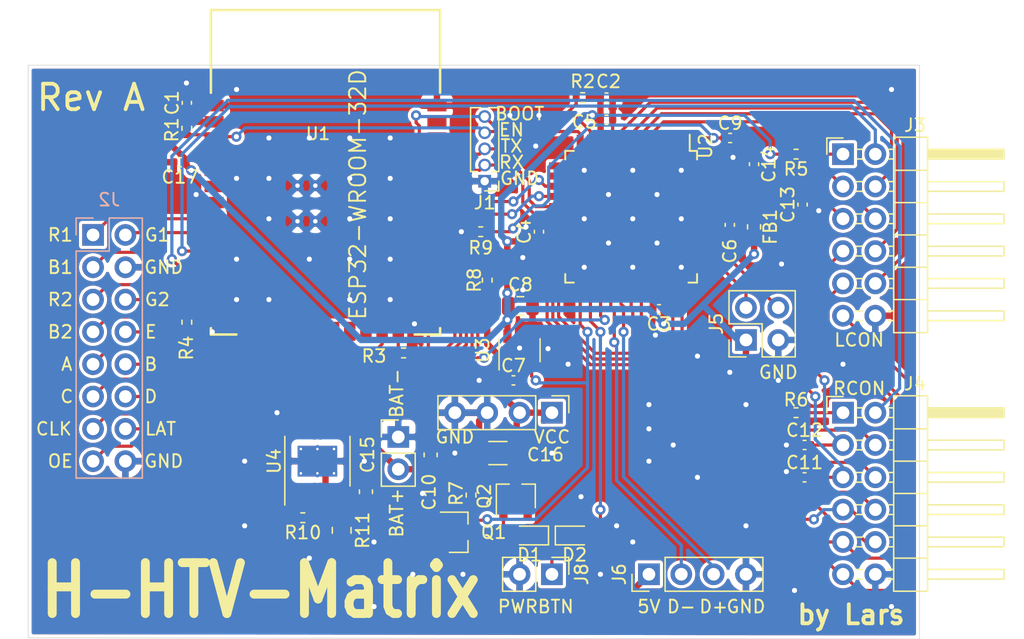
<source format=kicad_pcb>
(kicad_pcb (version 20171130) (host pcbnew 5.1.10-88a1d61d58~88~ubuntu18.04.1)
  (layers (0 F.Cu signal) (31 B.Cu signal) (34 B.Paste user) (35 F.Paste user) (36 B.SilkS user) (37 F.SilkS user) (38 B.Mask user) (39 F.Mask user) (44 Edge.Cuts user))
  (net 0 "")
  (net 1 VCC)
  (net 2 /ESP_BOOT)
  (net 3 /ESP_EN)
  (net 4 /HUB75_R1)
  (net 5 /HUB75_G1)
  (net 6 /HUB75_B1)
  (net 7 /HUB75_R2)
  (net 8 /HUB75_G2)
  (net 9 /HUB75_B2)
  (net 10 /HUB75_E)
  (net 11 /HUB75_A)
  (net 12 /HUB75_C)
  (net 13 /HUB75_D)
  (net 14 /HUB75_CLK)
  (net 15 /HUB75_LAT)
  (net 16 /HUB75_OE)
  (net 17 /ATX_CS)
  (net 18 /ATX_SCK)
  (net 19 /ATX_MISO)
  (net 20 /ATX_MOSI)
  (net 21 "Net-(C6-Pad2)")
  (net 22 /LCON_BM_C)
  (net 23 /LCON_BM_2)
  (net 24 /LCON_BM_B)
  (net 25 /LCON_BM_1)
  (net 26 /LCON_BM_A)
  (net 27 /LCON_JB)
  (net 28 /LCON_Y)
  (net 29 /LCON_SPEZ)
  (net 30 /LCON_X)
  (net 31 /LCON_AUD)
  (net 32 "Net-(J3-Pad1)")
  (net 33 /RCON_BM_2)
  (net 34 /RCON_BM_1)
  (net 35 /RCON_JB)
  (net 36 /RCON_Y)
  (net 37 /RCON_SPEZ)
  (net 38 /RCON_X)
  (net 39 /RCON_AUD)
  (net 40 "Net-(J4-Pad1)")
  (net 41 /PDI_CLK)
  (net 42 /PDI_DATA)
  (net 43 -BATT)
  (net 44 "Net-(D1-Pad2)")
  (net 45 "Net-(D1-Pad1)")
  (net 46 +BATT)
  (net 47 /PWRBTN_IN)
  (net 48 /KEEPALIVE)
  (net 49 +VSW)
  (net 50 /USB_D+)
  (net 51 /USB_D-)
  (net 52 /USB_VCC)
  (net 53 /BATT_MEAS)
  (net 54 /BATT_NCHRG)
  (net 55 "Net-(J6-Pad1)")
  (net 56 "Net-(R10-Pad1)")
  (module Package_TO_SOT_SMD:TSOT-23 (layer F.Cu) (at 148.275 73.874 90)
    (fp_text reference Q2 (at 0 -2.45 90) (layer F.SilkS))
    (fp_text value WST3415)
    (pad 3 smd rect (at 1.31 0 90) (size 1.22 0.65) (layers F.Cu F.Paste F.Mask) (net 49 +VSW))
    (pad 2 smd rect (at -1.31 0.95 90) (size 1.22 0.65) (layers F.Cu F.Paste F.Mask) (net 46 +BATT))
    (pad 1 smd rect (at -1.31 -0.95 90) (size 1.22 0.65) (layers F.Cu F.Paste F.Mask) (net 44 "Net-(D1-Pad2)"))
  )
  (module Capacitor_SMD:C_0805_2012Metric (layer F.Cu) (at 148.656 58.928)
    (fp_text reference C8 (at 0 -1.68) (layer F.SilkS))
    (fp_text value 10u)
    (pad 2 smd roundrect (at 0.95 0) (size 1 1.45) (layers F.Cu F.Paste F.Mask) (net 43 -BATT))
    (pad 1 smd roundrect (at -0.95 0) (size 1 1.45) (layers F.Cu F.Paste F.Mask) (net 1 VCC))
  )
  (module Capacitor_SMD:C_0402_1005Metric (layer F.Cu) (at 121.92 47.625 180)
    (fp_text reference C17 (at 0 -1.16) (layer F.SilkS))
    (fp_text value 10u)
    (pad 2 smd roundrect (at 0.48 0 180) (size 0.56 0.62) (layers F.Cu F.Paste F.Mask) (net 43 -BATT))
    (pad 1 smd roundrect (at -0.48 0 180) (size 0.56 0.62) (layers F.Cu F.Paste F.Mask) (net 1 VCC))
  )
  (module Capacitor_SMD:C_1206_3216Metric (layer F.Cu) (at 146.89 70.485 180)
    (fp_text reference C16 (at -3.732 -0.127) (layer F.SilkS))
    (fp_text value 22u)
    (pad 2 smd roundrect (at 1.475 0 180) (size 1.15 1.8) (layers F.Cu F.Paste F.Mask) (roundrect_rratio 0.2173904347826087) (net 43 -BATT))
    (pad 1 smd roundrect (at -1.475 0 180) (size 1.15 1.8) (layers F.Cu F.Paste F.Mask) (roundrect_rratio 0.2173904347826087) (net 49 +VSW))
  )
  (module Capacitor_SMD:C_0603_1608Metric (layer F.Cu) (at 136.525 73.52 90)
    (fp_text reference C15 (at 2.908 0.127 90) (layer F.SilkS))
    (fp_text value 10u)
    (pad 2 smd roundrect (at 0.775 0 90) (size 0.9 0.95) (layers F.Cu F.Paste F.Mask) (net 43 -BATT))
    (pad 1 smd roundrect (at -0.775 0 90) (size 0.9 0.95) (layers F.Cu F.Paste F.Mask) (net 52 /USB_VCC))
  )
  (module Resistor_SMD:R_0805_2012Metric (layer F.Cu) (at 134.62 76.5575 270)
    (fp_text reference R11 (at 0 -1.65 90) (layer F.SilkS))
    (fp_text value 0.27)
    (pad 2 smd roundrect (at 0.9125 0 270) (size 1.025 1.4) (layers F.Cu F.Paste F.Mask) (roundrect_rratio 0.2439014634146341) (net 55 "Net-(J6-Pad1)"))
    (pad 1 smd roundrect (at -0.9125 0 270) (size 1.025 1.4) (layers F.Cu F.Paste F.Mask) (roundrect_rratio 0.2439014634146341) (net 52 /USB_VCC))
  )
  (module Package_SO:HSOP-8-1EP_3.9x4.9mm_P1.27mm_EP2.41x3.1mm_ThermalVias (layer F.Cu) (at 132.715 71.12 90)
    (fp_text reference U4 (at 0 -3.4 90) (layer F.SilkS))
    (fp_text value TP4056)
    (pad 9 smd rect (at 0 0 90) (size 2.41 3.1) (layers B.Cu) (net 43 -BATT))
    (pad 9 thru_hole circle (at 0.955 1.3 90) (size 0.5 0.5) (drill 0.2) (layers *.Cu) (net 43 -BATT))
    (pad 9 thru_hole circle (at -0.955 1.3 90) (size 0.5 0.5) (drill 0.2) (layers *.Cu) (net 43 -BATT))
    (pad 9 thru_hole circle (at 0.955 0 90) (size 0.5 0.5) (drill 0.2) (layers *.Cu) (net 43 -BATT))
    (pad 9 thru_hole circle (at -0.955 0 90) (size 0.5 0.5) (drill 0.2) (layers *.Cu) (net 43 -BATT))
    (pad 9 thru_hole circle (at 0.955 -1.3 90) (size 0.5 0.5) (drill 0.2) (layers *.Cu) (net 43 -BATT))
    (pad 9 thru_hole circle (at -0.955 -1.3 90) (size 0.5 0.5) (drill 0.2) (layers *.Cu) (net 43 -BATT))
    (pad 9 smd rect (at 0 0 90) (size 2.41 3.1) (layers F.Cu F.Mask) (net 43 -BATT))
    (pad 8 smd roundrect (at 2.65 -1.905 90) (size 1.6 0.6) (layers F.Cu F.Paste F.Mask) (net 52 /USB_VCC))
    (pad 7 smd roundrect (at 2.65 -0.635 90) (size 1.6 0.6) (layers F.Cu F.Paste F.Mask) (net 54 /BATT_NCHRG))
    (pad 6 smd roundrect (at 2.65 0.635 90) (size 1.6 0.6) (layers F.Cu F.Paste F.Mask) (net 54 /BATT_NCHRG))
    (pad 5 smd roundrect (at 2.65 1.905 90) (size 1.6 0.6) (layers F.Cu F.Paste F.Mask) (net 46 +BATT))
    (pad 4 smd roundrect (at -2.65 1.905 90) (size 1.6 0.6) (layers F.Cu F.Paste F.Mask) (net 52 /USB_VCC))
    (pad 3 smd roundrect (at -2.65 0.635 90) (size 1.6 0.6) (layers F.Cu F.Paste F.Mask) (net 43 -BATT))
    (pad 2 smd roundrect (at -2.65 -0.635 90) (size 1.6 0.6) (layers F.Cu F.Paste F.Mask) (net 56 "Net-(R10-Pad1)"))
    (pad 1 smd roundrect (at -2.65 -1.905 90) (size 1.6 0.6) (layers F.Cu F.Paste F.Mask) (net 43 -BATT))
  )
  (module Capacitor_SMD:C_0402_1005Metric (layer F.Cu) (at 167.005 47.78 270)
    (fp_text reference C14 (at 0 -1.16 90) (layer F.SilkS))
    (fp_text value 100p)
    (pad 2 smd roundrect (at 0.48 0 270) (size 0.56 0.62) (layers F.Cu F.Paste F.Mask) (net 30 /LCON_X))
    (pad 1 smd roundrect (at -0.48 0 270) (size 0.56 0.62) (layers F.Cu F.Paste F.Mask) (net 43 -BATT))
  )
  (module Capacitor_SMD:C_0402_1005Metric (layer F.Cu) (at 170.815 50.955 90)
    (fp_text reference C13 (at 0 -1.16 90) (layer F.SilkS))
    (fp_text value 100p)
    (pad 2 smd roundrect (at 0.48 0 90) (size 0.56 0.62) (layers F.Cu F.Paste F.Mask) (net 28 /LCON_Y))
    (pad 1 smd roundrect (at -0.48 0 90) (size 0.56 0.62) (layers F.Cu F.Paste F.Mask) (net 43 -BATT))
  )
  (module Capacitor_SMD:C_0402_1005Metric (layer F.Cu) (at 170.97 69.85)
    (fp_text reference C12 (at 0 -1.16) (layer F.SilkS))
    (fp_text value 100p)
    (pad 2 smd roundrect (at 0.48 0) (size 0.56 0.62) (layers F.Cu F.Paste F.Mask) (net 38 /RCON_X))
    (pad 1 smd roundrect (at -0.48 0) (size 0.56 0.62) (layers F.Cu F.Paste F.Mask) (net 43 -BATT))
  )
  (module Capacitor_SMD:C_0402_1005Metric (layer F.Cu) (at 170.97 72.39)
    (fp_text reference C11 (at 0 -1.16) (layer F.SilkS))
    (fp_text value 100p)
    (pad 2 smd roundrect (at 0.48 0) (size 0.56 0.62) (layers F.Cu F.Paste F.Mask) (net 36 /RCON_Y))
    (pad 1 smd roundrect (at -0.48 0) (size 0.56 0.62) (layers F.Cu F.Paste F.Mask) (net 43 -BATT))
  )
  (module Capacitor_SMD:C_0603_1608Metric (layer F.Cu) (at 141.605 70.625 90)
    (fp_text reference C10 (at -2.921 -0.127 90) (layer F.SilkS))
    (fp_text value 10u)
    (pad 2 smd roundrect (at 0.775 0 90) (size 0.9 0.95) (layers F.Cu F.Paste F.Mask) (net 43 -BATT))
    (pad 1 smd roundrect (at -0.775 0 90) (size 0.9 0.95) (layers F.Cu F.Paste F.Mask) (net 46 +BATT))
  )
  (module Resistor_SMD:R_0402_1005Metric (layer F.Cu) (at 131.57 75.565 180)
    (fp_text reference R10 (at 0 -1.17) (layer F.SilkS))
    (fp_text value 1.5K)
    (pad 2 smd roundrect (at 0.51 0 180) (size 0.54 0.64) (layers F.Cu F.Paste F.Mask) (net 43 -BATT))
    (pad 1 smd roundrect (at -0.51 0 180) (size 0.54 0.64) (layers F.Cu F.Paste F.Mask) (net 56 "Net-(R10-Pad1)"))
  )
  (module Resistor_SMD:R_0402_1005Metric (layer F.Cu) (at 145.542 53.086)
    (fp_text reference R9 (at 0 1.27) (layer F.SilkS))
    (fp_text value 33K)
    (pad 2 smd roundrect (at 0.51 0) (size 0.54 0.64) (layers F.Cu F.Paste F.Mask) (net 53 /BATT_MEAS))
    (pad 1 smd roundrect (at -0.51 0) (size 0.54 0.64) (layers F.Cu F.Paste F.Mask) (net 43 -BATT))
  )
  (module Resistor_SMD:R_0402_1005Metric (layer F.Cu) (at 146.05 56.896 270)
    (fp_text reference R8 (at 0 1.016 90) (layer F.SilkS))
    (fp_text value 33K)
    (pad 2 smd roundrect (at 0.51 0 270) (size 0.54 0.64) (layers F.Cu F.Paste F.Mask) (net 49 +VSW))
    (pad 1 smd roundrect (at -0.51 0 270) (size 0.54 0.64) (layers F.Cu F.Paste F.Mask) (net 53 /BATT_MEAS))
  )
  (module Capacitor_SMD:C_0402_1005Metric (layer F.Cu) (at 165.128 45.72)
    (fp_text reference C9 (at 0 -1.16) (layer F.SilkS))
    (fp_text value 100p)
    (pad 2 smd roundrect (at 0.48 0) (size 0.56 0.62) (layers F.Cu F.Paste F.Mask) (net 43 -BATT))
    (pad 1 smd roundrect (at -0.48 0) (size 0.56 0.62) (layers F.Cu F.Paste F.Mask) (net 53 /BATT_MEAS))
  )
  (module Package_TO_SOT_SMD:SOT-23-5 (layer F.Cu) (at 148.59 62.4 90)
    (fp_text reference U3 (at 0 -2.9 90) (layer F.SilkS))
    (fp_text value LN1152)
    (pad 5 smd rect (at 1.1 -0.95 90) (size 1.06 0.65) (layers F.Cu F.Paste F.Mask) (net 1 VCC))
    (pad 4 smd rect (at 1.1 0.95 90) (size 1.06 0.65) (layers F.Cu F.Paste F.Mask))
    (pad 3 smd rect (at -1.1 0.95 90) (size 1.06 0.65) (layers F.Cu F.Paste F.Mask) (net 48 /KEEPALIVE))
    (pad 2 smd rect (at -1.1 0 90) (size 1.06 0.65) (layers F.Cu F.Paste F.Mask) (net 43 -BATT))
    (pad 1 smd rect (at -1.1 -0.95 90) (size 1.06 0.65) (layers F.Cu F.Paste F.Mask) (net 49 +VSW))
  )
  (module Capacitor_SMD:C_0402_1005Metric (layer F.Cu) (at 148.11 64.77)
    (fp_text reference C7 (at 0 -1.16) (layer F.SilkS))
    (fp_text value 1u)
    (pad 2 smd roundrect (at 0.48 0) (size 0.56 0.62) (layers F.Cu F.Paste F.Mask) (net 43 -BATT))
    (pad 1 smd roundrect (at -0.48 0) (size 0.56 0.62) (layers F.Cu F.Paste F.Mask) (net 49 +VSW))
  )
  (module Connector_PinHeader_2.54mm:PinHeader_1x04_P2.54mm_Vertical (layer F.Cu) (at 151.13 67.31 270)
    (fp_text reference J9 hide)
    (fp_text value Conn_01x04)
    (pad 4 thru_hole oval (at 0 7.62 270) (size 1.7 1.7) (drill 1) (layers *.Cu *.Mask) (net 43 -BATT))
    (pad 3 thru_hole oval (at 0 5.08 270) (size 1.7 1.7) (drill 1) (layers *.Cu *.Mask) (net 43 -BATT))
    (pad 2 thru_hole oval (at 0 2.54 270) (size 1.7 1.7) (drill 1) (layers *.Cu *.Mask) (net 49 +VSW))
    (pad 1 thru_hole rect (at 0 0 270) (size 1.7 1.7) (drill 1) (layers *.Cu *.Mask) (net 49 +VSW))
  )
  (module Connector_PinHeader_2.54mm:PinHeader_1x02_P2.54mm_Vertical (layer F.Cu) (at 151.13 80.01 270)
    (fp_text reference J8 (at 0 -2.33 90) (layer F.SilkS))
    (fp_text value Conn_01x02)
    (pad 2 thru_hole oval (at 0 2.54 270) (size 1.7 1.7) (drill 1) (layers *.Cu *.Mask) (net 43 -BATT))
    (pad 1 thru_hole rect (at 0 0 270) (size 1.7 1.7) (drill 1) (layers *.Cu *.Mask) (net 45 "Net-(D1-Pad1)"))
  )
  (module Connector_PinHeader_2.54mm:PinHeader_1x02_P2.54mm_Vertical (layer F.Cu) (at 139.065 69.215)
    (fp_text reference J7 hide)
    (fp_text value Conn_01x02)
    (pad 2 thru_hole oval (at 0 2.54) (size 1.7 1.7) (drill 1) (layers *.Cu *.Mask) (net 46 +BATT))
    (pad 1 thru_hole rect (at 0 0) (size 1.7 1.7) (drill 1) (layers *.Cu *.Mask) (net 43 -BATT))
  )
  (module Connector_PinHeader_2.54mm:PinHeader_1x04_P2.54mm_Vertical (layer F.Cu) (at 158.75 80.01 90)
    (fp_text reference J6 (at 0 -2.33 90) (layer F.SilkS))
    (fp_text value Conn_01x04)
    (pad 4 thru_hole oval (at 0 7.62 90) (size 1.7 1.7) (drill 1) (layers *.Cu *.Mask) (net 43 -BATT))
    (pad 3 thru_hole oval (at 0 5.08 90) (size 1.7 1.7) (drill 1) (layers *.Cu *.Mask) (net 50 /USB_D+))
    (pad 2 thru_hole oval (at 0 2.54 90) (size 1.7 1.7) (drill 1) (layers *.Cu *.Mask) (net 51 /USB_D-))
    (pad 1 thru_hole rect (at 0 0 90) (size 1.7 1.7) (drill 1) (layers *.Cu *.Mask) (net 55 "Net-(J6-Pad1)"))
  )
  (module Package_TO_SOT_SMD:SOT-23 (layer F.Cu) (at 143.78 76.708)
    (fp_text reference Q1 (at 2.778 0) (layer F.SilkS))
    (fp_text value BSS123)
    (pad 3 smd rect (at 1 0) (size 0.9 0.8) (layers F.Cu F.Paste F.Mask) (net 44 "Net-(D1-Pad2)"))
    (pad 2 smd rect (at -1 0.95) (size 0.9 0.8) (layers F.Cu F.Paste F.Mask) (net 43 -BATT))
    (pad 1 smd rect (at -1 -0.95) (size 0.9 0.8) (layers F.Cu F.Paste F.Mask) (net 48 /KEEPALIVE))
  )
  (module Resistor_SMD:R_0402_1005Metric (layer F.Cu) (at 144.78 73.785 90)
    (fp_text reference R7 (at 0.125 -1.17 90) (layer F.SilkS))
    (fp_text value 100K)
    (pad 2 smd roundrect (at 0.51 0 90) (size 0.54 0.64) (layers F.Cu F.Paste F.Mask) (net 46 +BATT))
    (pad 1 smd roundrect (at -0.51 0 90) (size 0.54 0.64) (layers F.Cu F.Paste F.Mask) (net 44 "Net-(D1-Pad2)"))
  )
  (module Diode_SMD:D_0603_1608Metric (layer F.Cu) (at 152.8825 76.962)
    (fp_text reference D2 (at 0.0255 1.524) (layer F.SilkS))
    (fp_text value D)
    (pad 2 smd roundrect (at 0.7875 0) (size 0.875 0.95) (layers F.Cu F.Paste F.Mask) (net 47 /PWRBTN_IN))
    (pad 1 smd roundrect (at -0.7875 0) (size 0.875 0.95) (layers F.Cu F.Paste F.Mask) (net 45 "Net-(D1-Pad1)"))
  )
  (module Diode_SMD:D_0603_1608Metric (layer F.Cu) (at 149.3775 76.962 180)
    (fp_text reference D1 (at 0 -1.524) (layer F.SilkS))
    (fp_text value D)
    (pad 2 smd roundrect (at 0.7875 0 180) (size 0.875 0.95) (layers F.Cu F.Paste F.Mask) (net 44 "Net-(D1-Pad2)"))
    (pad 1 smd roundrect (at -0.7875 0 180) (size 0.875 0.95) (layers F.Cu F.Paste F.Mask) (net 45 "Net-(D1-Pad1)"))
  )
  (module HTV-mcu:ESP32-WROOM-32E (layer F.Cu) (at 133.35 50.165)
    (fp_text reference U1 (at -0.59 -4.78) (layer F.SilkS) (effects (font (size 0.95 0.95))))
    (fp_text value ESP32-WROOM-32D (at 2.54 0 90) (layer F.SilkS) (effects (font (size 1.27 1.27))))
    (pad 39 thru_hole circle (at -0.8 2.1) (size 0.858 0.858) (drill 0.35) (layers *.Cu *.Mask) (net 43 -BATT))
    (pad 39 thru_hole circle (at -2.2 2.1) (size 0.858 0.858) (drill 0.35) (layers *.Cu *.Mask) (net 43 -BATT))
    (pad 39 thru_hole circle (at -2.2 -0.7) (size 0.858 0.858) (drill 0.35) (layers *.Cu *.Mask) (net 43 -BATT))
    (pad 39 thru_hole circle (at -0.8 -0.7) (size 0.858 0.858) (drill 0.35) (layers *.Cu *.Mask) (net 43 -BATT))
    (pad 39 smd rect (at -0.1 2.1) (size 0.9 0.9) (layers F.Cu F.Paste F.Mask) (net 43 -BATT))
    (pad 39 smd rect (at -1.5 2.1) (size 0.9 0.9) (layers F.Cu F.Paste F.Mask) (net 43 -BATT))
    (pad 39 smd rect (at -2.9 2.1) (size 0.9 0.9) (layers F.Cu F.Paste F.Mask) (net 43 -BATT))
    (pad 39 smd rect (at -2.9 0.7) (size 0.9 0.9) (layers F.Cu F.Paste F.Mask) (net 43 -BATT))
    (pad 39 smd rect (at -1.5 0.7) (size 0.9 0.9) (layers F.Cu F.Paste F.Mask) (net 43 -BATT))
    (pad 39 smd rect (at -0.1 0.7) (size 0.9 0.9) (layers F.Cu F.Paste F.Mask) (net 43 -BATT))
    (pad 39 smd rect (at -2.9 -0.7) (size 0.9 0.9) (layers F.Cu F.Paste F.Mask) (net 43 -BATT))
    (pad 39 smd rect (at -1.5 -0.7) (size 0.9 0.9) (layers F.Cu F.Paste F.Mask) (net 43 -BATT))
    (pad 39 smd rect (at -0.1 -0.7) (size 0.9 0.9) (layers F.Cu F.Paste F.Mask) (net 43 -BATT))
    (pad 38 smd rect (at 8.75 -6.985) (size 1.5 0.9) (layers F.Cu F.Paste F.Mask) (net 43 -BATT))
    (pad 37 smd rect (at 8.75 -5.715) (size 1.5 0.9) (layers F.Cu F.Paste F.Mask))
    (pad 36 smd rect (at 8.75 -4.445) (size 1.5 0.9) (layers F.Cu F.Paste F.Mask))
    (pad 35 smd rect (at 8.75 -3.175) (size 1.5 0.9) (layers F.Cu F.Paste F.Mask) (net 19 /ATX_MISO))
    (pad 34 smd rect (at 8.75 -1.905) (size 1.5 0.9) (layers F.Cu F.Paste F.Mask) (net 18 /ATX_SCK))
    (pad 33 smd rect (at 8.75 -0.635) (size 1.5 0.9) (layers F.Cu F.Paste F.Mask) (net 17 /ATX_CS))
    (pad 32 smd rect (at 8.75 0.635) (size 1.5 0.9) (layers F.Cu F.Paste F.Mask))
    (pad 21 smd rect (at 1.905 10.75 90) (size 1.5 0.9) (layers F.Cu F.Paste F.Mask))
    (pad 22 smd rect (at 3.175 10.75 90) (size 1.5 0.9) (layers F.Cu F.Paste F.Mask))
    (pad 23 smd rect (at 4.445 10.75 90) (size 1.5 0.9) (layers F.Cu F.Paste F.Mask) (net 10 /HUB75_E))
    (pad 20 smd rect (at 0.635 10.75 90) (size 1.5 0.9) (layers F.Cu F.Paste F.Mask))
    (pad 19 smd rect (at -0.635 10.75 90) (size 1.5 0.9) (layers F.Cu F.Paste F.Mask))
    (pad 18 smd rect (at -1.905 10.75 90) (size 1.5 0.9) (layers F.Cu F.Paste F.Mask))
    (pad 1 smd rect (at -8.75 -6.985) (size 1.5 0.9) (layers F.Cu F.Paste F.Mask) (net 43 -BATT))
    (pad 2 smd rect (at -8.75 -5.715) (size 1.5 0.9) (layers F.Cu F.Paste F.Mask) (net 1 VCC))
    (pad 3 smd rect (at -8.75 -4.445) (size 1.5 0.9) (layers F.Cu F.Paste F.Mask) (net 3 /ESP_EN))
    (pad 16 smd rect (at -4.445 10.75 90) (size 1.5 0.9) (layers F.Cu F.Paste F.Mask) (net 9 /HUB75_B2))
    (pad 15 smd rect (at -5.715 10.75 90) (size 1.5 0.9) (layers F.Cu F.Paste F.Mask) (net 43 -BATT))
    (pad 14 smd rect (at -8.75 9.525) (size 1.5 0.9) (layers F.Cu F.Paste F.Mask) (net 8 /HUB75_G2))
    (pad 13 smd rect (at -8.75 8.255) (size 1.5 0.9) (layers F.Cu F.Paste F.Mask) (net 7 /HUB75_R2))
    (pad 12 smd rect (at -8.75 6.985) (size 1.5 0.9) (layers F.Cu F.Paste F.Mask) (net 6 /HUB75_B1))
    (pad 17 smd rect (at -3.175 10.75 90) (size 1.5 0.9) (layers F.Cu F.Paste F.Mask))
    (pad 31 smd rect (at 8.75 1.905) (size 1.5 0.9) (layers F.Cu F.Paste F.Mask) (net 20 /ATX_MOSI))
    (pad 30 smd rect (at 8.75 3.175) (size 1.5 0.9) (layers F.Cu F.Paste F.Mask) (net 16 /HUB75_OE))
    (pad 29 smd rect (at 8.75 4.445) (size 1.5 0.9) (layers F.Cu F.Paste F.Mask) (net 15 /HUB75_LAT))
    (pad 28 smd rect (at 8.75 5.715) (size 1.5 0.9) (layers F.Cu F.Paste F.Mask) (net 14 /HUB75_CLK))
    (pad 27 smd rect (at 8.75 6.985) (size 1.5 0.9) (layers F.Cu F.Paste F.Mask) (net 13 /HUB75_D))
    (pad 26 smd rect (at 8.75 8.255) (size 1.5 0.9) (layers F.Cu F.Paste F.Mask) (net 12 /HUB75_C))
    (pad 25 smd rect (at 8.75 9.525) (size 1.5 0.9) (layers F.Cu F.Paste F.Mask) (net 2 /ESP_BOOT))
    (pad 24 smd rect (at 5.715 10.75 90) (size 1.5 0.9) (layers F.Cu F.Paste F.Mask) (net 11 /HUB75_A))
    (pad 11 smd rect (at -8.75 5.715) (size 1.5 0.9) (layers F.Cu F.Paste F.Mask) (net 39 /RCON_AUD))
    (pad 10 smd rect (at -8.75 4.445) (size 1.5 0.9) (layers F.Cu F.Paste F.Mask) (net 31 /LCON_AUD))
    (pad 9 smd rect (at -8.75 3.175) (size 1.5 0.9) (layers F.Cu F.Paste F.Mask) (net 5 /HUB75_G1))
    (pad 8 smd rect (at -8.75 1.905) (size 1.5 0.9) (layers F.Cu F.Paste F.Mask) (net 4 /HUB75_R1))
    (pad 7 smd rect (at -8.75 0.635) (size 1.5 0.9) (layers F.Cu F.Paste F.Mask))
    (pad 6 smd rect (at -8.75 -0.635) (size 1.5 0.9) (layers F.Cu F.Paste F.Mask))
    (pad 5 smd rect (at -8.75 -1.905) (size 1.5 0.9) (layers F.Cu F.Paste F.Mask))
    (pad 4 smd rect (at -8.75 -3.175) (size 1.5 0.9) (layers F.Cu F.Paste F.Mask))
  )
  (module Connector_PinHeader_2.54mm:PinHeader_2x02_P2.54mm_Vertical (layer F.Cu) (at 166.37 61.595 90)
    (fp_text reference J5 (at 1.27 -2.33 90) (layer F.SilkS))
    (fp_text value Conn_02x02_Odd_Even)
    (pad 4 thru_hole oval (at 2.54 2.54 90) (size 1.7 1.7) (drill 1) (layers *.Cu *.Mask) (net 41 /PDI_CLK))
    (pad 3 thru_hole oval (at 0 2.54 90) (size 1.7 1.7) (drill 1) (layers *.Cu *.Mask) (net 43 -BATT))
    (pad 2 thru_hole oval (at 2.54 0 90) (size 1.7 1.7) (drill 1) (layers *.Cu *.Mask) (net 42 /PDI_DATA))
    (pad 1 thru_hole rect (at 0 0 90) (size 1.7 1.7) (drill 1) (layers *.Cu *.Mask) (net 1 VCC))
  )
  (module Resistor_SMD:R_0402_1005Metric (layer F.Cu) (at 170.305 67.31 180)
    (fp_text reference R6 (at 0 1.016) (layer F.SilkS))
    (fp_text value 3.3K)
    (pad 2 smd roundrect (at 0.51 0 180) (size 0.54 0.64) (layers F.Cu F.Paste F.Mask) (net 1 VCC))
    (pad 1 smd roundrect (at -0.51 0 180) (size 0.54 0.64) (layers F.Cu F.Paste F.Mask) (net 40 "Net-(J4-Pad1)"))
  )
  (module Resistor_SMD:R_0402_1005Metric (layer F.Cu) (at 170.305 46.99 180)
    (fp_text reference R5 (at 0 -1.17) (layer F.SilkS))
    (fp_text value 3.3K)
    (pad 2 smd roundrect (at 0.51 0 180) (size 0.54 0.64) (layers F.Cu F.Paste F.Mask) (net 1 VCC))
    (pad 1 smd roundrect (at -0.51 0 180) (size 0.54 0.64) (layers F.Cu F.Paste F.Mask) (net 32 "Net-(J3-Pad1)"))
  )
  (module Connector_PinHeader_2.54mm:PinHeader_2x06_P2.54mm_Horizontal (layer F.Cu) (at 173.99 67.31)
    (fp_text reference J4 (at 5.655 -2.27) (layer F.SilkS))
    (fp_text value Conn_02x06_Odd_Even)
    (pad 12 thru_hole oval (at 2.54 12.7) (size 1.7 1.7) (drill 1) (layers *.Cu *.Mask) (net 43 -BATT))
    (pad 11 thru_hole oval (at 0 12.7) (size 1.7 1.7) (drill 1) (layers *.Cu *.Mask) (net 22 /LCON_BM_C))
    (pad 10 thru_hole oval (at 2.54 10.16) (size 1.7 1.7) (drill 1) (layers *.Cu *.Mask) (net 33 /RCON_BM_2))
    (pad 9 thru_hole oval (at 0 10.16) (size 1.7 1.7) (drill 1) (layers *.Cu *.Mask) (net 24 /LCON_BM_B))
    (pad 8 thru_hole oval (at 2.54 7.62) (size 1.7 1.7) (drill 1) (layers *.Cu *.Mask) (net 34 /RCON_BM_1))
    (pad 7 thru_hole oval (at 0 7.62) (size 1.7 1.7) (drill 1) (layers *.Cu *.Mask) (net 26 /LCON_BM_A))
    (pad 6 thru_hole oval (at 2.54 5.08) (size 1.7 1.7) (drill 1) (layers *.Cu *.Mask) (net 35 /RCON_JB))
    (pad 5 thru_hole oval (at 0 5.08) (size 1.7 1.7) (drill 1) (layers *.Cu *.Mask) (net 36 /RCON_Y))
    (pad 4 thru_hole oval (at 2.54 2.54) (size 1.7 1.7) (drill 1) (layers *.Cu *.Mask) (net 37 /RCON_SPEZ))
    (pad 3 thru_hole oval (at 0 2.54) (size 1.7 1.7) (drill 1) (layers *.Cu *.Mask) (net 38 /RCON_X))
    (pad 2 thru_hole oval (at 2.54 0) (size 1.7 1.7) (drill 1) (layers *.Cu *.Mask) (net 39 /RCON_AUD))
    (pad 1 thru_hole rect (at 0 0) (size 1.7 1.7) (drill 1) (layers *.Cu *.Mask) (net 40 "Net-(J4-Pad1)"))
  )
  (module Connector_PinHeader_2.54mm:PinHeader_2x06_P2.54mm_Horizontal (layer F.Cu) (at 173.99 46.99)
    (fp_text reference J3 (at 5.655 -2.27) (layer F.SilkS))
    (fp_text value Conn_02x06_Odd_Even)
    (pad 12 thru_hole oval (at 2.54 12.7) (size 1.7 1.7) (drill 1) (layers *.Cu *.Mask) (net 43 -BATT))
    (pad 11 thru_hole oval (at 0 12.7) (size 1.7 1.7) (drill 1) (layers *.Cu *.Mask) (net 22 /LCON_BM_C))
    (pad 10 thru_hole oval (at 2.54 10.16) (size 1.7 1.7) (drill 1) (layers *.Cu *.Mask) (net 23 /LCON_BM_2))
    (pad 9 thru_hole oval (at 0 10.16) (size 1.7 1.7) (drill 1) (layers *.Cu *.Mask) (net 24 /LCON_BM_B))
    (pad 8 thru_hole oval (at 2.54 7.62) (size 1.7 1.7) (drill 1) (layers *.Cu *.Mask) (net 25 /LCON_BM_1))
    (pad 7 thru_hole oval (at 0 7.62) (size 1.7 1.7) (drill 1) (layers *.Cu *.Mask) (net 26 /LCON_BM_A))
    (pad 6 thru_hole oval (at 2.54 5.08) (size 1.7 1.7) (drill 1) (layers *.Cu *.Mask) (net 27 /LCON_JB))
    (pad 5 thru_hole oval (at 0 5.08) (size 1.7 1.7) (drill 1) (layers *.Cu *.Mask) (net 28 /LCON_Y))
    (pad 4 thru_hole oval (at 2.54 2.54) (size 1.7 1.7) (drill 1) (layers *.Cu *.Mask) (net 29 /LCON_SPEZ))
    (pad 3 thru_hole oval (at 0 2.54) (size 1.7 1.7) (drill 1) (layers *.Cu *.Mask) (net 30 /LCON_X))
    (pad 2 thru_hole oval (at 2.54 0) (size 1.7 1.7) (drill 1) (layers *.Cu *.Mask) (net 31 /LCON_AUD))
    (pad 1 thru_hole rect (at 0 0) (size 1.7 1.7) (drill 1) (layers *.Cu *.Mask) (net 32 "Net-(J3-Pad1)"))
  )
  (module Connector_PinSocket_2.54mm:PinSocket_2x08_P2.54mm_Vertical (layer B.Cu) (at 115.095 53.34 180)
    (fp_text reference J2 (at -1.27 2.77) (layer B.SilkS) (effects (justify mirror)))
    (fp_text value Conn_02x08_Odd_Even)
    (pad 16 thru_hole oval (at -2.54 -17.78 180) (size 1.7 1.7) (drill 1) (layers *.Cu *.Mask) (net 43 -BATT))
    (pad 15 thru_hole oval (at 0 -17.78 180) (size 1.7 1.7) (drill 1) (layers *.Cu *.Mask) (net 16 /HUB75_OE))
    (pad 14 thru_hole oval (at -2.54 -15.24 180) (size 1.7 1.7) (drill 1) (layers *.Cu *.Mask) (net 15 /HUB75_LAT))
    (pad 13 thru_hole oval (at 0 -15.24 180) (size 1.7 1.7) (drill 1) (layers *.Cu *.Mask) (net 14 /HUB75_CLK))
    (pad 12 thru_hole oval (at -2.54 -12.7 180) (size 1.7 1.7) (drill 1) (layers *.Cu *.Mask) (net 13 /HUB75_D))
    (pad 11 thru_hole oval (at 0 -12.7 180) (size 1.7 1.7) (drill 1) (layers *.Cu *.Mask) (net 12 /HUB75_C))
    (pad 10 thru_hole oval (at -2.54 -10.16 180) (size 1.7 1.7) (drill 1) (layers *.Cu *.Mask) (net 2 /ESP_BOOT))
    (pad 9 thru_hole oval (at 0 -10.16 180) (size 1.7 1.7) (drill 1) (layers *.Cu *.Mask) (net 11 /HUB75_A))
    (pad 8 thru_hole oval (at -2.54 -7.62 180) (size 1.7 1.7) (drill 1) (layers *.Cu *.Mask) (net 10 /HUB75_E))
    (pad 7 thru_hole oval (at 0 -7.62 180) (size 1.7 1.7) (drill 1) (layers *.Cu *.Mask) (net 9 /HUB75_B2))
    (pad 6 thru_hole oval (at -2.54 -5.08 180) (size 1.7 1.7) (drill 1) (layers *.Cu *.Mask) (net 8 /HUB75_G2))
    (pad 5 thru_hole oval (at 0 -5.08 180) (size 1.7 1.7) (drill 1) (layers *.Cu *.Mask) (net 7 /HUB75_R2))
    (pad 4 thru_hole oval (at -2.54 -2.54 180) (size 1.7 1.7) (drill 1) (layers *.Cu *.Mask) (net 43 -BATT))
    (pad 3 thru_hole oval (at 0 -2.54 180) (size 1.7 1.7) (drill 1) (layers *.Cu *.Mask) (net 6 /HUB75_B1))
    (pad 2 thru_hole oval (at -2.54 0 180) (size 1.7 1.7) (drill 1) (layers *.Cu *.Mask) (net 5 /HUB75_G1))
    (pad 1 thru_hole rect (at 0 0 180) (size 1.7 1.7) (drill 1) (layers *.Cu *.Mask) (net 4 /HUB75_R1))
  )
  (module Inductor_SMD:L_0603_1608Metric (layer F.Cu) (at 167.005 52.705 90)
    (fp_text reference FB1 (at 0 1.27 90) (layer F.SilkS))
    (fp_text value Ferrite_Bead)
    (pad 2 smd roundrect (at 0.7875 0 90) (size 0.875 0.95) (layers F.Cu F.Paste F.Mask) (net 21 "Net-(C6-Pad2)"))
    (pad 1 smd roundrect (at -0.7875 0 90) (size 0.875 0.95) (layers F.Cu F.Paste F.Mask) (net 1 VCC))
  )
  (module Capacitor_SMD:C_0402_1005Metric (layer F.Cu) (at 165.1 52.55 90)
    (fp_text reference C6 (at -2.06 0 90) (layer F.SilkS))
    (fp_text value 1u)
    (pad 2 smd roundrect (at 0.48 0 90) (size 0.56 0.62) (layers F.Cu F.Paste F.Mask) (net 21 "Net-(C6-Pad2)"))
    (pad 1 smd roundrect (at -0.48 0 90) (size 0.56 0.62) (layers F.Cu F.Paste F.Mask) (net 43 -BATT))
  )
  (module Capacitor_SMD:C_0402_1005Metric (layer F.Cu) (at 155.42 44.29)
    (fp_text reference C5 (at -1.75 0.16) (layer F.SilkS))
    (fp_text value 100n)
    (pad 2 smd roundrect (at 0.48 0) (size 0.56 0.62) (layers F.Cu F.Paste F.Mask) (net 43 -BATT))
    (pad 1 smd roundrect (at -0.48 0) (size 0.56 0.62) (layers F.Cu F.Paste F.Mask) (net 1 VCC))
  )
  (module Capacitor_SMD:C_0402_1005Metric (layer F.Cu) (at 150.114 53.086 90)
    (fp_text reference C4 (at 0 -1.16 90) (layer F.SilkS))
    (fp_text value 100n)
    (pad 2 smd roundrect (at 0.48 0 90) (size 0.56 0.62) (layers F.Cu F.Paste F.Mask) (net 43 -BATT))
    (pad 1 smd roundrect (at -0.48 0 90) (size 0.56 0.62) (layers F.Cu F.Paste F.Mask) (net 1 VCC))
  )
  (module Capacitor_SMD:C_0402_1005Metric (layer F.Cu) (at 159.54 59.182 180)
    (fp_text reference C3 (at 0 -1.16) (layer F.SilkS))
    (fp_text value 100n)
    (pad 2 smd roundrect (at 0.48 0 180) (size 0.56 0.62) (layers F.Cu F.Paste F.Mask) (net 43 -BATT))
    (pad 1 smd roundrect (at -0.48 0 180) (size 0.56 0.62) (layers F.Cu F.Paste F.Mask) (net 1 VCC))
  )
  (module Capacitor_SMD:C_0402_1005Metric (layer F.Cu) (at 155.42 42.545)
    (fp_text reference C2 (at 0.155 -1.27) (layer F.SilkS))
    (fp_text value 1u)
    (pad 2 smd roundrect (at 0.48 0) (size 0.56 0.62) (layers F.Cu F.Paste F.Mask) (net 43 -BATT))
    (pad 1 smd roundrect (at -0.48 0) (size 0.56 0.62) (layers F.Cu F.Paste F.Mask) (net 1 VCC))
  )
  (module Package_QFP:TQFP-44_10x10mm_P0.8mm (layer F.Cu) (at 157.353 51.91 270)
    (fp_text reference U2 (at -5.555 -5.842 90) (layer F.SilkS))
    (fp_text value ATxmega128A4U-AU)
    (pad 1 smd rect (at -5.7 -4 270) (size 1.5 0.55) (layers F.Cu F.Paste F.Mask) (net 53 /BATT_MEAS))
    (pad 2 smd rect (at -5.7 -3.2 270) (size 1.5 0.55) (layers F.Cu F.Paste F.Mask))
    (pad 3 smd rect (at -5.7 -2.4 270) (size 1.5 0.55) (layers F.Cu F.Paste F.Mask))
    (pad 4 smd rect (at -5.7 -1.6 270) (size 1.5 0.55) (layers F.Cu F.Paste F.Mask) (net 27 /LCON_JB))
    (pad 5 smd rect (at -5.7 -0.8 270) (size 1.5 0.55) (layers F.Cu F.Paste F.Mask) (net 29 /LCON_SPEZ))
    (pad 6 smd rect (at -5.7 0 270) (size 1.5 0.55) (layers F.Cu F.Paste F.Mask) (net 25 /LCON_BM_1))
    (pad 7 smd rect (at -5.7 0.8 270) (size 1.5 0.55) (layers F.Cu F.Paste F.Mask) (net 23 /LCON_BM_2))
    (pad 8 smd rect (at -5.7 1.6 270) (size 1.5 0.55) (layers F.Cu F.Paste F.Mask) (net 43 -BATT))
    (pad 9 smd rect (at -5.7 2.4 270) (size 1.5 0.55) (layers F.Cu F.Paste F.Mask) (net 1 VCC))
    (pad 10 smd rect (at -5.7 3.2 270) (size 1.5 0.55) (layers F.Cu F.Paste F.Mask) (net 2 /ESP_BOOT))
    (pad 11 smd rect (at -5.7 4 270) (size 1.5 0.55) (layers F.Cu F.Paste F.Mask) (net 3 /ESP_EN))
    (pad 12 smd rect (at -4 5.7) (size 1.5 0.55) (layers F.Cu F.Paste F.Mask))
    (pad 13 smd rect (at -3.2 5.7) (size 1.5 0.55) (layers F.Cu F.Paste F.Mask))
    (pad 14 smd rect (at -2.4 5.7) (size 1.5 0.55) (layers F.Cu F.Paste F.Mask) (net 17 /ATX_CS))
    (pad 15 smd rect (at -1.6 5.7) (size 1.5 0.55) (layers F.Cu F.Paste F.Mask) (net 20 /ATX_MOSI))
    (pad 16 smd rect (at -0.8 5.7) (size 1.5 0.55) (layers F.Cu F.Paste F.Mask) (net 19 /ATX_MISO))
    (pad 17 smd rect (at 0 5.7) (size 1.5 0.55) (layers F.Cu F.Paste F.Mask) (net 18 /ATX_SCK))
    (pad 18 smd rect (at 0.8 5.7) (size 1.5 0.55) (layers F.Cu F.Paste F.Mask) (net 43 -BATT))
    (pad 19 smd rect (at 1.6 5.7) (size 1.5 0.55) (layers F.Cu F.Paste F.Mask) (net 1 VCC))
    (pad 20 smd rect (at 2.4 5.7) (size 1.5 0.55) (layers F.Cu F.Paste F.Mask) (net 22 /LCON_BM_C))
    (pad 21 smd rect (at 3.2 5.7) (size 1.5 0.55) (layers F.Cu F.Paste F.Mask) (net 24 /LCON_BM_B))
    (pad 22 smd rect (at 4 5.7) (size 1.5 0.55) (layers F.Cu F.Paste F.Mask) (net 26 /LCON_BM_A))
    (pad 23 smd rect (at 5.7 4 270) (size 1.5 0.55) (layers F.Cu F.Paste F.Mask) (net 48 /KEEPALIVE))
    (pad 24 smd rect (at 5.7 3.2 270) (size 1.5 0.55) (layers F.Cu F.Paste F.Mask) (net 47 /PWRBTN_IN))
    (pad 25 smd rect (at 5.7 2.4 270) (size 1.5 0.55) (layers F.Cu F.Paste F.Mask) (net 54 /BATT_NCHRG))
    (pad 26 smd rect (at 5.7 1.6 270) (size 1.5 0.55) (layers F.Cu F.Paste F.Mask) (net 51 /USB_D-))
    (pad 27 smd rect (at 5.7 0.8 270) (size 1.5 0.55) (layers F.Cu F.Paste F.Mask) (net 50 /USB_D+))
    (pad 28 smd rect (at 5.7 0 270) (size 1.5 0.55) (layers F.Cu F.Paste F.Mask) (net 33 /RCON_BM_2))
    (pad 29 smd rect (at 5.7 -0.8 270) (size 1.5 0.55) (layers F.Cu F.Paste F.Mask) (net 34 /RCON_BM_1))
    (pad 30 smd rect (at 5.7 -1.6 270) (size 1.5 0.55) (layers F.Cu F.Paste F.Mask) (net 43 -BATT))
    (pad 31 smd rect (at 5.7 -2.4 270) (size 1.5 0.55) (layers F.Cu F.Paste F.Mask) (net 1 VCC))
    (pad 32 smd rect (at 5.7 -3.2 270) (size 1.5 0.55) (layers F.Cu F.Paste F.Mask) (net 35 /RCON_JB))
    (pad 33 smd rect (at 5.7 -4 270) (size 1.5 0.55) (layers F.Cu F.Paste F.Mask) (net 37 /RCON_SPEZ))
    (pad 34 smd rect (at 4 -5.7) (size 1.5 0.55) (layers F.Cu F.Paste F.Mask) (net 42 /PDI_DATA))
    (pad 35 smd rect (at 3.2 -5.7) (size 1.5 0.55) (layers F.Cu F.Paste F.Mask) (net 41 /PDI_CLK))
    (pad 36 smd rect (at 2.4 -5.7) (size 1.5 0.55) (layers F.Cu F.Paste F.Mask))
    (pad 37 smd rect (at 1.6 -5.7) (size 1.5 0.55) (layers F.Cu F.Paste F.Mask))
    (pad 38 smd rect (at 0.8 -5.7) (size 1.5 0.55) (layers F.Cu F.Paste F.Mask) (net 43 -BATT))
    (pad 39 smd rect (at 0 -5.7) (size 1.5 0.55) (layers F.Cu F.Paste F.Mask) (net 21 "Net-(C6-Pad2)"))
    (pad 40 smd rect (at -0.8 -5.7) (size 1.5 0.55) (layers F.Cu F.Paste F.Mask) (net 36 /RCON_Y))
    (pad 41 smd rect (at -1.6 -5.7) (size 1.5 0.55) (layers F.Cu F.Paste F.Mask) (net 38 /RCON_X))
    (pad 42 smd rect (at -2.4 -5.7) (size 1.5 0.55) (layers F.Cu F.Paste F.Mask) (net 28 /LCON_Y))
    (pad 43 smd rect (at -3.2 -5.7) (size 1.5 0.55) (layers F.Cu F.Paste F.Mask) (net 30 /LCON_X))
    (pad 44 smd rect (at -4 -5.7) (size 1.5 0.55) (layers F.Cu F.Paste F.Mask))
  )
  (module Connector_PinHeader_1.27mm:PinHeader_1x05_P1.27mm_Vertical (layer F.Cu) (at 145.851 49.116 180)
    (fp_text reference J1 (at 0 -1.695) (layer F.SilkS))
    (fp_text value Conn_01x05)
    (pad 5 thru_hole oval (at 0 5.08 180) (size 1 1) (drill 0.65) (layers *.Cu *.Mask) (net 2 /ESP_BOOT))
    (pad 4 thru_hole oval (at 0 3.81 180) (size 1 1) (drill 0.65) (layers *.Cu *.Mask) (net 3 /ESP_EN))
    (pad 3 thru_hole oval (at 0 2.54 180) (size 1 1) (drill 0.65) (layers *.Cu *.Mask) (net 19 /ATX_MISO))
    (pad 2 thru_hole oval (at 0 1.27 180) (size 1 1) (drill 0.65) (layers *.Cu *.Mask) (net 18 /ATX_SCK))
    (pad 1 thru_hole rect (at 0 0 180) (size 1 1) (drill 0.65) (layers *.Cu *.Mask) (net 43 -BATT))
  )
  (module Capacitor_SMD:C_0402_1005Metric (layer F.Cu) (at 122.461 42.954 90)
    (fp_text reference C1 (at 0 -1.16 90) (layer F.SilkS))
    (fp_text value 1u)
    (pad 1 smd roundrect (at -0.48 0 90) (size 0.56 0.62) (layers F.Cu F.Paste F.Mask) (net 1 VCC))
    (pad 2 smd roundrect (at 0.48 0 90) (size 0.56 0.62) (layers F.Cu F.Paste F.Mask) (net 43 -BATT))
  )
  (module Resistor_SMD:R_0402_1005Metric (layer F.Cu) (at 122.461 44.956 270)
    (fp_text reference R1 (at 0.129 1.176 90) (layer F.SilkS))
    (fp_text value 33K)
    (pad 1 smd roundrect (at -0.51 0 270) (size 0.54 0.64) (layers F.Cu F.Paste F.Mask) (net 1 VCC))
    (pad 2 smd roundrect (at 0.51 0 270) (size 0.54 0.64) (layers F.Cu F.Paste F.Mask) (net 3 /ESP_EN))
  )
  (module Resistor_SMD:R_0402_1005Metric (layer F.Cu) (at 153.545 42.545 180)
    (fp_text reference R2 (at 0 1.27) (layer F.SilkS))
    (fp_text value 33K)
    (pad 1 smd roundrect (at -0.51 0 180) (size 0.54 0.64) (layers F.Cu F.Paste F.Mask) (net 1 VCC))
    (pad 2 smd roundrect (at 0.51 0 180) (size 0.54 0.64) (layers F.Cu F.Paste F.Mask) (net 2 /ESP_BOOT))
  )
  (module Resistor_SMD:R_0402_1005Metric (layer F.Cu) (at 139.481 62.616)
    (fp_text reference R3 (at -2.321 0.249) (layer F.SilkS))
    (fp_text value 33K)
    (pad 2 smd roundrect (at 0.51 0) (size 0.54 0.64) (layers F.Cu F.Paste F.Mask) (net 43 -BATT))
    (pad 1 smd roundrect (at -0.51 0) (size 0.54 0.64) (layers F.Cu F.Paste F.Mask) (net 11 /HUB75_A))
  )
  (module Resistor_SMD:R_0402_1005Metric (layer F.Cu) (at 122.461 60.196 270)
    (fp_text reference R4 (at 2.034 0.033 90) (layer F.SilkS))
    (fp_text value 33K)
    (pad 2 smd roundrect (at 0.51 0 270) (size 0.54 0.64) (layers F.Cu F.Paste F.Mask) (net 43 -BATT))
    (pad 1 smd roundrect (at -0.51 0 270) (size 0.54 0.64) (layers F.Cu F.Paste F.Mask) (net 8 /HUB75_G2))
  )
  (gr_text OE (at 112.522 71.12) (layer F.SilkS) (effects (font (size 1 1))))
  (gr_text CLK (at 112.014 68.58) (layer F.SilkS) (effects (font (size 1 1))))
  (gr_text C (at 113.03 66.04) (layer F.SilkS) (effects (font (size 1 1))))
  (gr_text A (at 113.03 63.5) (layer F.SilkS) (effects (font (size 1 1))))
  (gr_text B2 (at 112.522 60.96) (layer F.SilkS) (effects (font (size 1 1))))
  (gr_text R2 (at 112.522 58.42) (layer F.SilkS) (effects (font (size 1 1))))
  (gr_text B1 (at 112.522 55.88) (layer F.SilkS) (effects (font (size 1 1))))
  (gr_text R1 (at 112.522 53.34) (layer F.SilkS) (effects (font (size 1 1))))
  (gr_text G1 (at 120.142 53.34) (layer F.SilkS) (effects (font (size 1 1))))
  (gr_text GND (at 120.65 55.88) (layer F.SilkS) (effects (font (size 1 1))))
  (gr_text G2 (at 120.142 58.42) (layer F.SilkS) (effects (font (size 1 1))))
  (gr_text E (at 119.634 60.96) (layer F.SilkS) (effects (font (size 1 1))))
  (gr_text B (at 119.634 63.5) (layer F.SilkS) (effects (font (size 1 1))))
  (gr_text D (at 119.634 66.04) (layer F.SilkS) (effects (font (size 1 1))))
  (gr_text LAT (at 120.396 68.58) (layer F.SilkS) (effects (font (size 1 1))))
  (gr_text GND (at 120.65 71.12) (layer F.SilkS) (effects (font (size 1 1))))
  (gr_text "Rev A" (at 114.935 42.545) (layer F.SilkS) (effects (font (size 2 2) (thickness 0.3))))
  (gr_text "by Lars" (at 174.625 83.185) (layer F.SilkS) (effects (font (size 1.5 1.5) (thickness 0.3))))
  (gr_text H-HTV-Matrix (at 128.27 81.28) (layer F.SilkS) (effects (font (size 4 3.2) (thickness 0.7))))
  (gr_text LCON (at 175.26 61.595) (layer F.SilkS) (effects (font (size 1 1))))
  (gr_text RCON (at 175.26 65.405) (layer F.SilkS) (effects (font (size 1 1))))
  (gr_text VCC (at 151.13 69.215) (layer F.SilkS) (effects (font (size 1 1))))
  (gr_text GND (at 143.51 69.215) (layer F.SilkS) (effects (font (size 1 1))))
  (gr_text BAT- (at 138.938 65.786 90) (layer F.SilkS) (effects (font (size 1 1))))
  (gr_text BAT+ (at 138.938 75.184 90) (layer F.SilkS) (effects (font (size 1 1))))
  (gr_text PWRBTN (at 149.86 82.55) (layer F.SilkS) (effects (font (size 1 1))))
  (gr_text D- (at 161.29 82.55) (layer F.SilkS) (effects (font (size 1 1))))
  (gr_text D+ (at 163.83 82.55) (layer F.SilkS) (effects (font (size 1 1))))
  (gr_text GND (at 166.37 82.55) (layer F.SilkS) (effects (font (size 1 1))))
  (gr_text 5V (at 158.75 82.55) (layer F.SilkS) (effects (font (size 1 1))))
  (gr_text BOOT (at 148.59 43.815) (layer F.SilkS) (effects (font (size 1 1))))
  (gr_text EN (at 147.955 45.085) (layer F.SilkS) (effects (font (size 1 1))))
  (gr_text TX (at 147.955 46.355) (layer F.SilkS) (effects (font (size 1 1))))
  (gr_text RX (at 147.955 47.625) (layer F.SilkS) (effects (font (size 1 1))))
  (gr_text GND (at 148.59 48.895) (layer F.SilkS) (effects (font (size 1 1))))
  (gr_text GND (at 168.91 64.135) (layer F.SilkS) (effects (font (size 1 1))))
  (gr_line (start 180 40) (end 110 40) (layer Edge.Cuts) (width 0.05))
  (gr_line (start 180 85.09) (end 180 40) (layer Edge.Cuts) (width 0.05))
  (gr_line (start 110 85) (end 180 85.09) (layer Edge.Cuts) (width 0.05))
  (gr_line (start 110 40) (end 110 85) (layer Edge.Cuts) (width 0.05))
  (segment (start 124.246002 44.446) (end 124.426001 44.266001) (width 0.25) (layer F.Cu) (net 1))
  (segment (start 154.305 43.935999) (end 166.249001 43.935999) (width 0.25) (layer B.Cu) (net 1))
  (via (at 168.275 46.99) (size 0.8) (drill 0.4) (layers F.Cu B.Cu) (net 1))
  (segment (start 168.275 45.961998) (end 168.275 46.99) (width 0.25) (layer B.Cu) (net 1))
  (segment (start 166.249001 43.935999) (end 168.275 45.961998) (width 0.25) (layer B.Cu) (net 1))
  (segment (start 168.275 46.99) (end 169.795 46.99) (width 0.25) (layer F.Cu) (net 1))
  (segment (start 166.37 61.595) (end 166.37 61.016998) (width 0.5) (layer F.Cu) (net 1))
  (segment (start 167.005 54.842696) (end 167.005 53.4925) (width 0.5) (layer F.Cu) (net 1))
  (segment (start 154.953 44.303) (end 154.94 44.29) (width 0.5) (layer F.Cu) (net 1))
  (segment (start 154.953 46.21) (end 154.953 44.303) (width 0.5) (layer F.Cu) (net 1))
  (segment (start 154.94 43.18) (end 154.94 43.300999) (width 0.5) (layer F.Cu) (net 1))
  (segment (start 154.94 43.18) (end 154.94 42.545) (width 0.5) (layer F.Cu) (net 1))
  (segment (start 154.94 44.29) (end 154.94 43.18) (width 0.5) (layer F.Cu) (net 1))
  (segment (start 122.465 44.45) (end 122.461 44.446) (width 0.5) (layer F.Cu) (net 1))
  (segment (start 124.6 44.45) (end 122.465 44.45) (width 0.5) (layer F.Cu) (net 1))
  (segment (start 122.461 44.446) (end 122.461 43.886) (width 0.5) (layer F.Cu) (net 1))
  (segment (start 169.795 67.31) (end 168.91 67.31) (width 0.5) (layer F.Cu) (net 1))
  (segment (start 166.37 64.77) (end 166.37 61.595) (width 0.5) (layer F.Cu) (net 1))
  (segment (start 168.91 67.31) (end 166.37 64.77) (width 0.5) (layer F.Cu) (net 1))
  (segment (start 122.141 44.446) (end 121.285 45.302) (width 0.5) (layer F.Cu) (net 1))
  (segment (start 122.461 44.446) (end 122.141 44.446) (width 0.5) (layer F.Cu) (net 1))
  (segment (start 121.285 46.325598) (end 122.4 47.440598) (width 0.5) (layer F.Cu) (net 1))
  (segment (start 122.4 47.440598) (end 122.4 47.625) (width 0.5) (layer F.Cu) (net 1))
  (segment (start 121.285 45.302) (end 121.285 46.325598) (width 0.5) (layer F.Cu) (net 1))
  (segment (start 122.4 47.625) (end 122.4 47.855) (width 0.5) (layer F.Cu) (net 1))
  (via (at 122.805 48.26) (size 0.8) (drill 0.4) (layers F.Cu B.Cu) (net 1))
  (segment (start 122.4 47.855) (end 122.805 48.26) (width 0.5) (layer F.Cu) (net 1))
  (segment (start 122.805 48.26) (end 136.14 61.595) (width 0.5) (layer B.Cu) (net 1))
  (via (at 147.64 60.01) (size 0.8) (drill 0.4) (layers F.Cu B.Cu) (net 1))
  (segment (start 146.055 61.595) (end 147.64 60.01) (width 0.5) (layer B.Cu) (net 1))
  (segment (start 136.14 61.595) (end 146.055 61.595) (width 0.5) (layer B.Cu) (net 1))
  (segment (start 147.64 61.3) (end 147.64 60.01) (width 0.5) (layer F.Cu) (net 1))
  (segment (start 147.64 60.01) (end 147.64 59.22) (width 0.5) (layer F.Cu) (net 1))
  (via (at 154.305 43.935999) (size 0.8) (drill 0.4) (layers F.Cu B.Cu) (net 1))
  (segment (start 154.94 44.29) (end 154.659001 44.29) (width 0.5) (layer F.Cu) (net 1))
  (segment (start 154.659001 44.29) (end 154.305 43.935999) (width 0.5) (layer F.Cu) (net 1))
  (segment (start 154.055 42.545) (end 154.94 42.545) (width 0.5) (layer F.Cu) (net 1))
  (segment (start 159.753 58.605) (end 159.753 57.61) (width 0.5) (layer F.Cu) (net 1))
  (segment (start 160.02 58.872) (end 159.753 58.605) (width 0.5) (layer F.Cu) (net 1))
  (segment (start 160.02 59.182) (end 160.02 58.872) (width 0.5) (layer F.Cu) (net 1))
  (via (at 159.90001 60.325) (size 0.8) (drill 0.4) (layers F.Cu B.Cu) (net 1))
  (segment (start 159.90001 59.30199) (end 160.02 59.182) (width 0.5) (layer F.Cu) (net 1))
  (segment (start 159.90001 60.325) (end 159.90001 59.30199) (width 0.5) (layer F.Cu) (net 1))
  (via (at 167.005 54.842696) (size 0.8) (drill 0.4) (layers F.Cu B.Cu) (net 1))
  (segment (start 159.90001 60.325) (end 161.522696 60.325) (width 0.5) (layer B.Cu) (net 1))
  (segment (start 165.735 61.595) (end 162.993848 58.853848) (width 0.5) (layer B.Cu) (net 1))
  (segment (start 161.522696 60.325) (end 162.993848 58.853848) (width 0.5) (layer B.Cu) (net 1))
  (segment (start 166.37 61.595) (end 165.735 61.595) (width 0.5) (layer B.Cu) (net 1))
  (segment (start 162.993848 58.853848) (end 167.005 54.842696) (width 0.5) (layer B.Cu) (net 1))
  (segment (start 148.48048 59.16952) (end 158.74453 59.16952) (width 0.5) (layer B.Cu) (net 1))
  (segment (start 147.64 60.01) (end 148.48048 59.16952) (width 0.5) (layer B.Cu) (net 1))
  (segment (start 158.74453 59.16952) (end 159.90001 60.325) (width 0.5) (layer B.Cu) (net 1))
  (via (at 147.63 57.912) (size 0.8) (drill 0.4) (layers F.Cu B.Cu) (net 1))
  (segment (start 147.63 59.055) (end 147.63 58.11) (width 0.5) (layer F.Cu) (net 1))
  (segment (start 147.64 58.12) (end 147.63 58.11) (width 0.5) (layer B.Cu) (net 1))
  (segment (start 147.64 60.01) (end 147.64 58.12) (width 0.5) (layer B.Cu) (net 1))
  (segment (start 154.305 43.935999) (end 153.930001 43.935999) (width 0.5) (layer B.Cu) (net 1))
  (segment (start 147.63 54.356) (end 147.629995 54.355995) (width 0.5) (layer F.Cu) (net 1))
  (via (at 147.629995 53.848) (size 0.8) (drill 0.4) (layers F.Cu B.Cu) (net 1))
  (segment (start 147.63 54.808) (end 147.63 54.356) (width 0.5) (layer F.Cu) (net 1))
  (segment (start 147.63 58.11) (end 147.63 54.808) (width 0.5) (layer F.Cu) (net 1))
  (segment (start 147.63 53.848005) (end 147.629995 53.848) (width 0.5) (layer F.Cu) (net 1))
  (segment (start 147.63 54.356) (end 147.63 53.848005) (width 0.5) (layer F.Cu) (net 1))
  (segment (start 154.305 43.935999) (end 153.676001 43.935999) (width 0.5) (layer B.Cu) (net 1))
  (segment (start 153.676001 43.935999) (end 147.149916 50.462084) (width 0.5) (layer B.Cu) (net 1))
  (segment (start 147.149916 50.462084) (end 147.149916 53.367921) (width 0.5) (layer B.Cu) (net 1))
  (segment (start 147.149916 53.367921) (end 147.629995 53.848) (width 0.5) (layer B.Cu) (net 1))
  (segment (start 151.653 53.51) (end 150.403 53.51) (width 0.5) (layer F.Cu) (net 1))
  (segment (start 150.114 53.566) (end 149.38 53.566) (width 0.5) (layer F.Cu) (net 1))
  (segment (start 149.098 53.848) (end 147.629995 53.848) (width 0.5) (layer F.Cu) (net 1))
  (segment (start 149.38 53.566) (end 149.098 53.848) (width 0.5) (layer F.Cu) (net 1))
  (segment (start 122.461 43.886) (end 122.461 43.434) (width 0.5) (layer F.Cu) (net 1))
  (segment (start 141.536 59.616) (end 141.426001 59.506001) (width 0.25) (layer F.Cu) (net 2))
  (segment (start 141.61 59.69) (end 141.426001 59.506001) (width 0.25) (layer F.Cu) (net 2))
  (segment (start 141.426001 62.151553) (end 141.426001 59.506001) (width 0.25) (layer F.Cu) (net 2))
  (segment (start 141.426001 59.506001) (end 141.426001 60.146001) (width 0.25) (layer F.Cu) (net 2))
  (segment (start 120.19717 63.5) (end 120.2772 63.58003) (width 0.25) (layer F.Cu) (net 2))
  (segment (start 139.997524 63.58003) (end 140.206277 63.371277) (width 0.25) (layer F.Cu) (net 2))
  (segment (start 117.635 63.5) (end 120.19717 63.5) (width 0.25) (layer F.Cu) (net 2))
  (segment (start 120.2772 63.58003) (end 139.997524 63.58003) (width 0.25) (layer F.Cu) (net 2))
  (segment (start 140.206277 63.371277) (end 141.426001 62.151553) (width 0.25) (layer F.Cu) (net 2))
  (segment (start 145.851 44.036) (end 146.519 44.704) (width 0.25) (layer F.Cu) (net 2))
  (segment (start 146.519 44.704) (end 151.384 44.704) (width 0.25) (layer F.Cu) (net 2))
  (segment (start 153.035 42.545) (end 153.035 43.053) (width 0.25) (layer F.Cu) (net 2))
  (segment (start 153.035 43.053) (end 152.4 43.688) (width 0.25) (layer F.Cu) (net 2))
  (segment (start 152.4 43.688) (end 151.384 44.704) (width 0.25) (layer F.Cu) (net 2))
  (segment (start 152.527 43.561) (end 152.4 43.688) (width 0.25) (layer F.Cu) (net 2))
  (segment (start 154.153 46.21) (end 154.153 45.187) (width 0.25) (layer F.Cu) (net 2))
  (segment (start 154.153 45.187) (end 152.527 43.561) (width 0.25) (layer F.Cu) (net 2))
  (segment (start 140.556 44.036) (end 140.462 43.942) (width 0.25) (layer B.Cu) (net 2))
  (segment (start 145.851 44.036) (end 140.556 44.036) (width 0.25) (layer B.Cu) (net 2))
  (via (at 140.462 43.942) (size 0.8) (drill 0.4) (layers F.Cu B.Cu) (net 2))
  (segment (start 140.462 44.507685) (end 140.462 43.942) (width 0.25) (layer F.Cu) (net 2))
  (segment (start 140.716 44.761685) (end 140.462 44.507685) (width 0.25) (layer F.Cu) (net 2))
  (segment (start 141.426001 59.506001) (end 140.716 58.796) (width 0.25) (layer F.Cu) (net 2))
  (segment (start 140.716 58.796) (end 140.716 44.761685) (width 0.25) (layer F.Cu) (net 2))
  (segment (start 124.356 45.466) (end 124.426001 45.536001) (width 0.25) (layer F.Cu) (net 3))
  (segment (start 122.461 45.466) (end 124.356 45.466) (width 0.25) (layer F.Cu) (net 3))
  (via (at 126.351 45.616) (size 0.8) (drill 0.4) (layers F.Cu B.Cu) (net 3))
  (segment (start 126.351 45.616) (end 127.041 44.926) (width 0.25) (layer B.Cu) (net 3))
  (segment (start 127.041 44.926) (end 145.471 44.926) (width 0.25) (layer B.Cu) (net 3))
  (segment (start 145.471 44.926) (end 145.851 45.306) (width 0.25) (layer B.Cu) (net 3))
  (segment (start 126.351 45.616) (end 124.506 45.616) (width 0.25) (layer F.Cu) (net 3))
  (segment (start 124.506 45.616) (end 124.426001 45.536001) (width 0.25) (layer F.Cu) (net 3))
  (segment (start 153.353 45.403) (end 153.353 46.21) (width 0.25) (layer F.Cu) (net 3))
  (segment (start 153.162 45.212) (end 153.353 45.403) (width 0.25) (layer F.Cu) (net 3))
  (segment (start 145.851 45.306) (end 145.945 45.212) (width 0.25) (layer F.Cu) (net 3))
  (segment (start 145.945 45.212) (end 153.162 45.212) (width 0.25) (layer F.Cu) (net 3))
  (segment (start 124.426001 51.886001) (end 124.242002 52.07) (width 0.25) (layer F.Cu) (net 4))
  (segment (start 116.365 52.07) (end 115.095 53.34) (width 0.25) (layer F.Cu) (net 4))
  (segment (start 124.242002 52.07) (end 116.365 52.07) (width 0.25) (layer F.Cu) (net 4))
  (segment (start 117.818999 53.156001) (end 117.635 53.34) (width 0.25) (layer F.Cu) (net 5))
  (segment (start 124.426001 53.156001) (end 117.818999 53.156001) (width 0.25) (layer F.Cu) (net 5))
  (segment (start 124.337001 57.055001) (end 124.426001 56.966001) (width 0.25) (layer F.Cu) (net 6))
  (segment (start 124.6 57.15) (end 121.92 57.15) (width 0.25) (layer F.Cu) (net 6))
  (segment (start 116.270001 54.704999) (end 115.095 55.88) (width 0.25) (layer F.Cu) (net 6))
  (segment (start 119.474999 54.704999) (end 116.270001 54.704999) (width 0.25) (layer F.Cu) (net 6))
  (segment (start 121.92 57.15) (end 119.474999 54.704999) (width 0.25) (layer F.Cu) (net 6))
  (segment (start 121.628999 58.236001) (end 124.426001 58.236001) (width 0.25) (layer F.Cu) (net 7))
  (segment (start 116.270001 57.244999) (end 115.095 58.42) (width 0.25) (layer F.Cu) (net 7))
  (segment (start 120.637997 57.244999) (end 116.270001 57.244999) (width 0.25) (layer F.Cu) (net 7))
  (segment (start 121.628999 58.236001) (end 120.637997 57.244999) (width 0.25) (layer F.Cu) (net 7))
  (segment (start 124.246002 59.686) (end 124.426001 59.506001) (width 0.25) (layer F.Cu) (net 8))
  (segment (start 122.461 59.686) (end 124.246002 59.686) (width 0.25) (layer F.Cu) (net 8))
  (segment (start 122.461 59.686) (end 121.916 59.686) (width 0.25) (layer F.Cu) (net 8))
  (segment (start 120.65 58.42) (end 117.635 58.42) (width 0.25) (layer F.Cu) (net 8))
  (segment (start 121.916 59.686) (end 120.65 58.42) (width 0.25) (layer F.Cu) (net 8))
  (segment (start 119.474999 59.784999) (end 116.270001 59.784999) (width 0.25) (layer F.Cu) (net 9))
  (segment (start 121.92 62.23) (end 119.474999 59.784999) (width 0.25) (layer F.Cu) (net 9))
  (segment (start 128.59 62.23) (end 121.92 62.23) (width 0.25) (layer F.Cu) (net 9))
  (segment (start 128.905 61.915) (end 128.59 62.23) (width 0.25) (layer F.Cu) (net 9))
  (segment (start 116.270001 59.784999) (end 115.095 60.96) (width 0.25) (layer F.Cu) (net 9))
  (segment (start 128.905 60.915) (end 128.905 61.915) (width 0.25) (layer F.Cu) (net 9))
  (segment (start 137.795 61.915) (end 137.795 60.915) (width 0.25) (layer F.Cu) (net 10))
  (segment (start 137.02999 62.68001) (end 137.795 61.915) (width 0.25) (layer F.Cu) (net 10))
  (segment (start 118.92999 60.96) (end 120.65 62.68001) (width 0.25) (layer F.Cu) (net 10))
  (segment (start 118.92999 60.96) (end 117.635 60.96) (width 0.25) (layer F.Cu) (net 10))
  (segment (start 120.65 62.68001) (end 137.02999 62.68001) (width 0.25) (layer F.Cu) (net 10))
  (segment (start 138.971 60.836) (end 138.641001 60.506001) (width 0.25) (layer F.Cu) (net 11))
  (segment (start 138.811991 62.775009) (end 138.971 62.616) (width 0.25) (layer F.Cu) (net 11))
  (segment (start 139.065 62.522) (end 138.971 62.616) (width 0.25) (layer F.Cu) (net 11))
  (segment (start 139.065 60.915) (end 139.065 62.522) (width 0.25) (layer F.Cu) (net 11))
  (segment (start 115.095 63.5) (end 116.365 62.23) (width 0.25) (layer F.Cu) (net 11))
  (segment (start 138.45698 63.13002) (end 138.971 62.616) (width 0.25) (layer F.Cu) (net 11))
  (segment (start 120.4636 63.13002) (end 138.45698 63.13002) (width 0.25) (layer F.Cu) (net 11))
  (segment (start 119.56358 62.23) (end 120.4636 63.13002) (width 0.25) (layer F.Cu) (net 11))
  (segment (start 116.365 62.23) (end 119.56358 62.23) (width 0.25) (layer F.Cu) (net 11))
  (segment (start 142.191003 58.236001) (end 141.426001 58.236001) (width 0.25) (layer F.Cu) (net 12))
  (segment (start 116.459999 64.675001) (end 115.095 66.04) (width 0.25) (layer F.Cu) (net 12))
  (segment (start 140.97 64.135) (end 119.38 64.135) (width 0.25) (layer F.Cu) (net 12))
  (segment (start 142.1 58.42) (end 143.002 58.42) (width 0.25) (layer F.Cu) (net 12))
  (segment (start 119.38 64.135) (end 118.839999 64.675001) (width 0.25) (layer F.Cu) (net 12))
  (segment (start 143.508589 58.926589) (end 143.50859 61.59641) (width 0.25) (layer F.Cu) (net 12))
  (segment (start 118.839999 64.675001) (end 116.459999 64.675001) (width 0.25) (layer F.Cu) (net 12))
  (segment (start 143.002 58.42) (end 143.508589 58.926589) (width 0.25) (layer F.Cu) (net 12))
  (segment (start 143.50859 61.59641) (end 140.97 64.135) (width 0.25) (layer F.Cu) (net 12))
  (segment (start 142.676001 56.966001) (end 141.426001 56.966001) (width 0.25) (layer F.Cu) (net 13))
  (segment (start 118.745 66.04) (end 120.119961 64.665039) (width 0.25) (layer F.Cu) (net 13))
  (segment (start 117.635 66.04) (end 118.745 66.04) (width 0.25) (layer F.Cu) (net 13))
  (segment (start 120.119961 64.665039) (end 141.076371 64.665039) (width 0.25) (layer F.Cu) (net 13))
  (segment (start 141.076371 64.665039) (end 143.958599 61.782811) (width 0.25) (layer F.Cu) (net 13))
  (segment (start 143.958599 61.782811) (end 143.958599 58.248599) (width 0.25) (layer F.Cu) (net 13))
  (segment (start 143.958599 58.248599) (end 142.676001 56.966001) (width 0.25) (layer F.Cu) (net 13))
  (segment (start 144.408608 56.778608) (end 143.326001 55.696001) (width 0.25) (layer F.Cu) (net 14))
  (segment (start 143.326001 55.696001) (end 141.426001 55.696001) (width 0.25) (layer F.Cu) (net 14))
  (segment (start 141.262772 65.115048) (end 144.408608 61.96921) (width 0.25) (layer F.Cu) (net 14))
  (segment (start 144.408608 61.96921) (end 144.408608 56.778608) (width 0.25) (layer F.Cu) (net 14))
  (segment (start 116.270001 67.404999) (end 118.650001 67.404999) (width 0.25) (layer F.Cu) (net 14))
  (segment (start 115.095 68.58) (end 116.270001 67.404999) (width 0.25) (layer F.Cu) (net 14))
  (segment (start 120.939952 65.115048) (end 141.262772 65.115048) (width 0.25) (layer F.Cu) (net 14))
  (segment (start 118.650001 67.404999) (end 120.939952 65.115048) (width 0.25) (layer F.Cu) (net 14))
  (segment (start 118.27 68.58) (end 117.635 68.58) (width 0.25) (layer F.Cu) (net 15))
  (segment (start 117.635 68.58) (end 118.11141 68.58) (width 0.25) (layer F.Cu) (net 15))
  (segment (start 118.837081 68.58) (end 117.635 68.58) (width 0.25) (layer F.Cu) (net 15))
  (segment (start 141.426001 54.426001) (end 142.692411 54.426001) (width 0.25) (layer F.Cu) (net 15))
  (segment (start 142.692411 54.426001) (end 144.858617 56.592207) (width 0.25) (layer F.Cu) (net 15))
  (segment (start 144.858617 56.592207) (end 144.858618 62.15561) (width 0.25) (layer F.Cu) (net 15))
  (segment (start 144.858618 62.15561) (end 141.449172 65.565058) (width 0.25) (layer F.Cu) (net 15))
  (segment (start 141.449172 65.565058) (end 121.852023 65.565058) (width 0.25) (layer F.Cu) (net 15))
  (segment (start 121.852023 65.565058) (end 118.837081 68.58) (width 0.25) (layer F.Cu) (net 15))
  (segment (start 142.431003 53.156001) (end 141.426001 53.156001) (width 0.25) (layer F.Cu) (net 16))
  (segment (start 115.095 71.12) (end 116.270001 69.944999) (width 0.25) (layer F.Cu) (net 16))
  (segment (start 145.308627 62.342009) (end 145.308627 56.033625) (width 0.25) (layer F.Cu) (net 16))
  (segment (start 141.635572 66.015068) (end 145.308627 62.342009) (width 0.25) (layer F.Cu) (net 16))
  (segment (start 145.308627 56.033625) (end 142.431003 53.156001) (width 0.25) (layer F.Cu) (net 16))
  (segment (start 122.038423 66.015068) (end 141.635572 66.015068) (width 0.25) (layer F.Cu) (net 16))
  (segment (start 118.108492 69.944999) (end 122.038423 66.015068) (width 0.25) (layer F.Cu) (net 16))
  (segment (start 116.270001 69.944999) (end 118.108492 69.944999) (width 0.25) (layer F.Cu) (net 16))
  (segment (start 151.653 49.51) (end 150.653 49.51) (width 0.25) (layer F.Cu) (net 17))
  (via (at 150.114 49.022) (size 0.8) (drill 0.4) (layers F.Cu B.Cu) (net 17))
  (segment (start 150.653 49.51) (end 150.602 49.51) (width 0.25) (layer F.Cu) (net 17))
  (segment (start 150.602 49.51) (end 150.114 49.022) (width 0.25) (layer F.Cu) (net 17))
  (segment (start 141.61 49.53) (end 143.138142 49.53) (width 0.25) (layer F.Cu) (net 17))
  (via (at 148.102561 50.711536) (size 0.8) (drill 0.4) (layers F.Cu B.Cu) (net 17))
  (segment (start 148.170464 50.711536) (end 148.102561 50.711536) (width 0.25) (layer B.Cu) (net 17))
  (segment (start 143.138142 49.53) (end 144.319678 50.711536) (width 0.25) (layer F.Cu) (net 17))
  (segment (start 144.319678 50.711536) (end 148.102561 50.711536) (width 0.25) (layer F.Cu) (net 17))
  (segment (start 150.114 49.022) (end 149.86 49.022) (width 0.25) (layer B.Cu) (net 17))
  (segment (start 149.86 49.022) (end 148.170464 50.711536) (width 0.25) (layer B.Cu) (net 17))
  (segment (start 145.791 48.136) (end 145.851 48.196) (width 0.25) (layer F.Cu) (net 18))
  (segment (start 145.620999 48.076001) (end 145.851 47.846) (width 0.25) (layer F.Cu) (net 18))
  (segment (start 145.437 48.26) (end 145.851 47.846) (width 0.25) (layer F.Cu) (net 18))
  (segment (start 142.1 48.26) (end 145.437 48.26) (width 0.25) (layer F.Cu) (net 18))
  (segment (start 149.954 51.91) (end 151.653 51.91) (width 0.25) (layer F.Cu) (net 18))
  (segment (start 145.851 47.846) (end 147.471004 47.846) (width 0.25) (layer F.Cu) (net 18))
  (segment (start 148.844 49.218996) (end 148.844 50.8) (width 0.25) (layer F.Cu) (net 18))
  (segment (start 147.471004 47.846) (end 148.844 49.218996) (width 0.25) (layer F.Cu) (net 18))
  (segment (start 148.844 50.8) (end 149.954 51.91) (width 0.25) (layer F.Cu) (net 18))
  (segment (start 145.437 46.99) (end 145.851 46.576) (width 0.25) (layer F.Cu) (net 19))
  (segment (start 142.1 46.99) (end 145.437 46.99) (width 0.25) (layer F.Cu) (net 19))
  (segment (start 149.352 49.090585) (end 146.837415 46.576) (width 0.25) (layer F.Cu) (net 19))
  (segment (start 149.858998 51.11) (end 149.352 50.603002) (width 0.25) (layer F.Cu) (net 19))
  (segment (start 151.653 51.11) (end 149.858998 51.11) (width 0.25) (layer F.Cu) (net 19))
  (segment (start 149.352 50.603002) (end 149.352 49.090585) (width 0.25) (layer F.Cu) (net 19))
  (segment (start 146.837415 46.576) (end 145.851 46.576) (width 0.25) (layer F.Cu) (net 19))
  (via (at 150.114 50.292) (size 0.8) (drill 0.4) (layers F.Cu B.Cu) (net 20))
  (segment (start 151.653 50.31) (end 150.132 50.31) (width 0.25) (layer F.Cu) (net 20))
  (segment (start 150.132 50.31) (end 150.114 50.292) (width 0.25) (layer F.Cu) (net 20))
  (segment (start 150.114 50.292) (end 149.548315 50.292) (width 0.25) (layer B.Cu) (net 20))
  (segment (start 143.1 52.07) (end 143.463741 51.706259) (width 0.25) (layer F.Cu) (net 20))
  (segment (start 142.1 52.07) (end 143.1 52.07) (width 0.25) (layer F.Cu) (net 20))
  (via (at 147.999918 51.706259) (size 0.8) (drill 0.4) (layers F.Cu B.Cu) (net 20))
  (segment (start 143.463741 51.706259) (end 147.999918 51.706259) (width 0.25) (layer F.Cu) (net 20))
  (segment (start 149.548315 50.292) (end 148.134056 51.706259) (width 0.25) (layer B.Cu) (net 20))
  (segment (start 148.134056 51.706259) (end 147.999918 51.706259) (width 0.25) (layer B.Cu) (net 20))
  (segment (start 164.94 51.91) (end 165.1 52.07) (width 0.25) (layer F.Cu) (net 21))
  (segment (start 163.053 51.91) (end 164.94 51.91) (width 0.25) (layer F.Cu) (net 21))
  (segment (start 166.8525 52.07) (end 167.005 51.9175) (width 0.25) (layer F.Cu) (net 21))
  (segment (start 165.1 52.07) (end 166.8525 52.07) (width 0.25) (layer F.Cu) (net 21))
  (segment (start 173.99 59.69) (end 179.07 64.77) (width 0.25) (layer F.Cu) (net 22))
  (segment (start 179.07 64.77) (end 179.07 80.01) (width 0.25) (layer F.Cu) (net 22))
  (segment (start 179.07 80.01) (end 177.8 81.28) (width 0.25) (layer F.Cu) (net 22))
  (segment (start 175.26 81.28) (end 173.99 80.01) (width 0.25) (layer F.Cu) (net 22))
  (segment (start 177.8 81.28) (end 175.26 81.28) (width 0.25) (layer F.Cu) (net 22))
  (segment (start 173.99 80.01) (end 173.73318 80.01) (width 0.25) (layer F.Cu) (net 22))
  (segment (start 173.73318 80.01) (end 157.262701 63.539521) (width 0.25) (layer F.Cu) (net 22))
  (segment (start 154.157698 63.53952) (end 150.752982 60.134802) (width 0.25) (layer F.Cu) (net 22))
  (segment (start 157.262701 63.539521) (end 154.157698 63.53952) (width 0.25) (layer F.Cu) (net 22))
  (segment (start 150.653 54.31) (end 151.653 54.31) (width 0.25) (layer F.Cu) (net 22))
  (segment (start 150.127989 54.835011) (end 150.653 54.31) (width 0.25) (layer F.Cu) (net 22))
  (segment (start 150.127989 56.530399) (end 150.127989 54.835011) (width 0.25) (layer F.Cu) (net 22))
  (segment (start 150.752982 57.155392) (end 150.127989 56.530399) (width 0.25) (layer F.Cu) (net 22))
  (segment (start 150.752982 60.134802) (end 150.752982 57.155392) (width 0.25) (layer F.Cu) (net 22))
  (segment (start 178.700019 54.979981) (end 176.53 57.15) (width 0.25) (layer F.Cu) (net 23))
  (segment (start 178.700019 44.712199) (end 178.700019 54.979981) (width 0.25) (layer F.Cu) (net 23))
  (segment (start 158.84802 42.91498) (end 176.9028 42.91498) (width 0.25) (layer F.Cu) (net 23))
  (segment (start 176.9028 42.91498) (end 178.700019 44.712199) (width 0.25) (layer F.Cu) (net 23))
  (segment (start 156.553 45.21) (end 158.84802 42.91498) (width 0.25) (layer F.Cu) (net 23))
  (segment (start 156.553 46.21) (end 156.553 45.21) (width 0.25) (layer F.Cu) (net 23))
  (segment (start 172.814999 60.419999) (end 172.814999 58.325001) (width 0.25) (layer F.Cu) (net 24))
  (segment (start 178.435 66.04) (end 172.814999 60.419999) (width 0.25) (layer F.Cu) (net 24))
  (segment (start 177.165 78.74) (end 178.435 77.47) (width 0.25) (layer F.Cu) (net 24))
  (segment (start 173.99 77.47) (end 175.26 78.74) (width 0.25) (layer F.Cu) (net 24))
  (segment (start 178.435 77.47) (end 178.435 66.04) (width 0.25) (layer F.Cu) (net 24))
  (segment (start 175.26 78.74) (end 177.165 78.74) (width 0.25) (layer F.Cu) (net 24))
  (segment (start 172.814999 58.325001) (end 173.99 57.15) (width 0.25) (layer F.Cu) (net 24))
  (segment (start 150.577999 55.374999) (end 150.577999 56.343999) (width 0.25) (layer F.Cu) (net 24))
  (segment (start 151.653 55.11) (end 150.842998 55.11) (width 0.25) (layer F.Cu) (net 24))
  (segment (start 150.842998 55.11) (end 150.577999 55.374999) (width 0.25) (layer F.Cu) (net 24))
  (segment (start 151.202991 59.948403) (end 154.344099 63.089511) (width 0.25) (layer F.Cu) (net 24))
  (segment (start 150.577999 56.343999) (end 151.20299 56.96899) (width 0.25) (layer F.Cu) (net 24))
  (segment (start 151.20299 56.96899) (end 151.202991 59.948403) (width 0.25) (layer F.Cu) (net 24))
  (segment (start 171.82959 77.47) (end 173.99 77.47) (width 0.25) (layer F.Cu) (net 24))
  (segment (start 157.449101 63.089511) (end 171.82959 77.47) (width 0.25) (layer F.Cu) (net 24))
  (segment (start 154.344099 63.089511) (end 157.449101 63.089511) (width 0.25) (layer F.Cu) (net 24))
  (segment (start 157.353 45.399998) (end 157.353 46.21) (width 0.25) (layer F.Cu) (net 25))
  (segment (start 159.388008 43.36499) (end 157.353 45.399998) (width 0.25) (layer F.Cu) (net 25))
  (segment (start 176.7164 43.36499) (end 159.388008 43.36499) (width 0.25) (layer F.Cu) (net 25))
  (segment (start 178.250009 44.898599) (end 176.7164 43.36499) (width 0.25) (layer F.Cu) (net 25))
  (segment (start 178.250009 52.889991) (end 178.250009 44.898599) (width 0.25) (layer F.Cu) (net 25))
  (segment (start 176.53 54.61) (end 178.250009 52.889991) (width 0.25) (layer F.Cu) (net 25))
  (segment (start 172.36499 60.6064) (end 177.8 66.04141) (width 0.25) (layer F.Cu) (net 26))
  (segment (start 173.99 54.61) (end 172.36499 56.23501) (width 0.25) (layer F.Cu) (net 26))
  (segment (start 172.36499 56.23501) (end 172.36499 60.6064) (width 0.25) (layer F.Cu) (net 26))
  (segment (start 174.62641 74.93) (end 173.99 74.93) (width 0.25) (layer F.Cu) (net 26))
  (segment (start 175.89641 76.2) (end 174.62641 74.93) (width 0.25) (layer F.Cu) (net 26))
  (segment (start 176.999002 76.2) (end 175.89641 76.2) (width 0.25) (layer F.Cu) (net 26))
  (segment (start 177.8 75.399002) (end 176.999002 76.2) (width 0.25) (layer F.Cu) (net 26))
  (segment (start 177.8 66.04141) (end 177.8 75.399002) (width 0.25) (layer F.Cu) (net 26))
  (segment (start 151.653 55.91) (end 151.653 59.762002) (width 0.25) (layer F.Cu) (net 26))
  (via (at 171.704 75.692) (size 0.8) (drill 0.4) (layers F.Cu B.Cu) (net 26))
  (segment (start 173.99 74.93) (end 172.466 74.93) (width 0.25) (layer B.Cu) (net 26))
  (segment (start 172.466 74.93) (end 171.704 75.692) (width 0.25) (layer B.Cu) (net 26))
  (segment (start 171.704 75.692) (end 170.688 75.692) (width 0.25) (layer F.Cu) (net 26))
  (segment (start 157.635501 62.639501) (end 154.530499 62.639501) (width 0.25) (layer F.Cu) (net 26))
  (segment (start 151.653 59.762002) (end 154.530499 62.639501) (width 0.25) (layer F.Cu) (net 26))
  (segment (start 170.688 75.692) (end 157.635501 62.639501) (width 0.25) (layer F.Cu) (net 26))
  (segment (start 158.953 45.399998) (end 159.902998 44.45) (width 0.25) (layer F.Cu) (net 27))
  (segment (start 158.953 46.21) (end 158.953 45.399998) (width 0.25) (layer F.Cu) (net 27))
  (segment (start 175.354999 46.069997) (end 173.735002 44.45) (width 0.25) (layer F.Cu) (net 27))
  (segment (start 175.354999 50.894999) (end 175.354999 46.069997) (width 0.25) (layer F.Cu) (net 27))
  (segment (start 176.53 52.07) (end 175.354999 50.894999) (width 0.25) (layer F.Cu) (net 27))
  (segment (start 173.735002 44.45) (end 159.902998 44.45) (width 0.25) (layer F.Cu) (net 27))
  (segment (start 163.863002 49.51) (end 163.053 49.51) (width 0.25) (layer F.Cu) (net 28))
  (segment (start 173.99 52.07) (end 171.43 49.51) (width 0.25) (layer F.Cu) (net 28))
  (segment (start 170.815 50.475) (end 170.815 49.53) (width 0.25) (layer F.Cu) (net 28))
  (segment (start 170.815 49.53) (end 170.835 49.51) (width 0.25) (layer F.Cu) (net 28))
  (segment (start 171.43 49.51) (end 170.835 49.51) (width 0.25) (layer F.Cu) (net 28))
  (segment (start 170.835 49.51) (end 163.053 49.51) (width 0.25) (layer F.Cu) (net 28))
  (segment (start 176.53 43.815) (end 177.8 45.085) (width 0.25) (layer F.Cu) (net 29))
  (segment (start 159.737998 43.815) (end 176.53 43.815) (width 0.25) (layer F.Cu) (net 29))
  (segment (start 177.8 45.085) (end 177.8 48.26) (width 0.25) (layer F.Cu) (net 29))
  (segment (start 158.153 45.399998) (end 159.737998 43.815) (width 0.25) (layer F.Cu) (net 29))
  (segment (start 177.8 48.26) (end 176.53 49.53) (width 0.25) (layer F.Cu) (net 29))
  (segment (start 158.153 46.21) (end 158.153 45.399998) (width 0.25) (layer F.Cu) (net 29))
  (segment (start 163.863002 48.71) (end 163.053 48.71) (width 0.25) (layer F.Cu) (net 30))
  (segment (start 173.17 48.71) (end 173.99 49.53) (width 0.25) (layer F.Cu) (net 30))
  (segment (start 167.005 48.525) (end 167.19 48.71) (width 0.25) (layer F.Cu) (net 30))
  (segment (start 163.053 48.71) (end 167.19 48.71) (width 0.25) (layer F.Cu) (net 30))
  (segment (start 167.005 48.26) (end 167.005 48.525) (width 0.25) (layer F.Cu) (net 30))
  (segment (start 167.19 48.71) (end 173.17 48.71) (width 0.25) (layer F.Cu) (net 30))
  (segment (start 122.08 46.99) (end 122.08 54.61) (width 0.25) (layer B.Cu) (net 31))
  (via (at 122.08 54.61) (size 0.8) (drill 0.4) (layers F.Cu B.Cu) (net 31))
  (segment (start 124.242002 54.61) (end 124.426001 54.426001) (width 0.25) (layer F.Cu) (net 31))
  (segment (start 122.08 54.61) (end 124.242002 54.61) (width 0.25) (layer F.Cu) (net 31))
  (segment (start 123.660999 54.426001) (end 124.426001 54.426001) (width 0.25) (layer F.Cu) (net 31))
  (segment (start 176.53 46.99) (end 176.53 45.085) (width 0.25) (layer B.Cu) (net 31))
  (segment (start 176.53 45.085) (end 174.655999 43.210999) (width 0.25) (layer B.Cu) (net 31))
  (segment (start 174.655999 43.210999) (end 135.859001 43.210999) (width 0.25) (layer B.Cu) (net 31))
  (segment (start 135.81 43.26) (end 135.859001 43.210999) (width 0.25) (layer B.Cu) (net 31))
  (segment (start 125.859001 43.210999) (end 125.81 43.26) (width 0.25) (layer B.Cu) (net 31))
  (segment (start 125.81 43.26) (end 135.81 43.26) (width 0.25) (layer B.Cu) (net 31))
  (segment (start 125.81 43.26) (end 122.08 46.99) (width 0.25) (layer B.Cu) (net 31))
  (segment (start 170.815 46.99) (end 173.99 46.99) (width 0.25) (layer F.Cu) (net 32))
  (segment (start 175.768 77.47) (end 174.403001 76.105001) (width 0.25) (layer F.Cu) (net 33))
  (segment (start 157.353 58.95) (end 157.353 57.61) (width 0.25) (layer F.Cu) (net 33))
  (segment (start 157.48 59.077) (end 157.353 58.95) (width 0.25) (layer F.Cu) (net 33))
  (segment (start 176.53 77.47) (end 175.768 77.47) (width 0.25) (layer F.Cu) (net 33))
  (segment (start 174.403001 76.105001) (end 173.425999 76.105001) (width 0.25) (layer F.Cu) (net 33))
  (segment (start 157.48 61.684784) (end 157.48 59.077) (width 0.25) (layer F.Cu) (net 33))
  (segment (start 173.425999 76.105001) (end 171.996998 74.676) (width 0.25) (layer F.Cu) (net 33))
  (segment (start 171.996998 74.676) (end 170.471216 74.676) (width 0.25) (layer F.Cu) (net 33))
  (segment (start 170.471216 74.676) (end 157.48 61.684784) (width 0.25) (layer F.Cu) (net 33))
  (segment (start 158.153 57.61) (end 158.205002 57.662002) (width 0.25) (layer F.Cu) (net 34))
  (segment (start 158.153 61.721374) (end 169.996627 73.565001) (width 0.25) (layer F.Cu) (net 34))
  (segment (start 175.165001 73.565001) (end 176.53 74.93) (width 0.25) (layer F.Cu) (net 34))
  (segment (start 169.996627 73.565001) (end 175.165001 73.565001) (width 0.25) (layer F.Cu) (net 34))
  (segment (start 158.153 57.61) (end 158.153 61.721374) (width 0.25) (layer F.Cu) (net 34))
  (segment (start 176.53 72.39) (end 175.354999 71.214999) (width 0.25) (layer F.Cu) (net 35))
  (segment (start 168.283035 71.214999) (end 160.62501 63.556974) (width 0.25) (layer F.Cu) (net 35))
  (segment (start 175.354999 71.214999) (end 168.283035 71.214999) (width 0.25) (layer F.Cu) (net 35))
  (segment (start 160.62501 57.68201) (end 160.553 57.61) (width 0.25) (layer F.Cu) (net 35))
  (segment (start 160.62501 63.556974) (end 160.62501 57.68201) (width 0.25) (layer F.Cu) (net 35))
  (via (at 171.814998 66.04) (size 0.8) (drill 0.4) (layers F.Cu B.Cu) (net 36))
  (segment (start 173.99 71.589002) (end 173.99 72.39) (width 0.25) (layer B.Cu) (net 36))
  (segment (start 171.814998 69.414) (end 173.99 71.589002) (width 0.25) (layer B.Cu) (net 36))
  (segment (start 171.814998 66.04) (end 171.814998 69.414) (width 0.25) (layer B.Cu) (net 36))
  (segment (start 171.45 72.39) (end 173.99 72.39) (width 0.25) (layer F.Cu) (net 36))
  (segment (start 170.815 65.040002) (end 171.814998 66.04) (width 0.25) (layer F.Cu) (net 36))
  (segment (start 170.815 53.975) (end 170.815 65.040002) (width 0.25) (layer F.Cu) (net 36))
  (segment (start 163.053 51.11) (end 167.95 51.11) (width 0.25) (layer F.Cu) (net 36))
  (segment (start 167.95 51.11) (end 170.815 53.975) (width 0.25) (layer F.Cu) (net 36))
  (segment (start 176.53 69.85) (end 175.354999 68.674999) (width 0.25) (layer F.Cu) (net 37))
  (segment (start 175.354999 68.674999) (end 166.379445 68.674999) (width 0.25) (layer F.Cu) (net 37))
  (segment (start 166.379445 68.674999) (end 161.353 63.648554) (width 0.25) (layer F.Cu) (net 37))
  (segment (start 161.353 57.61) (end 161.353 63.648554) (width 0.25) (layer F.Cu) (net 37))
  (via (at 172.539998 64.77) (size 0.8) (drill 0.4) (layers F.Cu B.Cu) (net 38))
  (segment (start 172.539998 68.399998) (end 173.99 69.85) (width 0.25) (layer B.Cu) (net 38))
  (segment (start 172.539998 64.77) (end 172.539998 68.399998) (width 0.25) (layer B.Cu) (net 38))
  (segment (start 171.45 69.85) (end 173.99 69.85) (width 0.25) (layer F.Cu) (net 38))
  (segment (start 168.42 50.31) (end 163.053 50.31) (width 0.25) (layer F.Cu) (net 38))
  (segment (start 171.45 53.34) (end 168.42 50.31) (width 0.25) (layer F.Cu) (net 38))
  (segment (start 172.539998 64.77) (end 171.45 63.680002) (width 0.25) (layer F.Cu) (net 38))
  (segment (start 171.45 63.680002) (end 171.45 53.34) (width 0.25) (layer F.Cu) (net 38))
  (via (at 121.285 55.245) (size 0.8) (drill 0.4) (layers F.Cu B.Cu) (net 39))
  (segment (start 121.736001 55.696001) (end 124.426001 55.696001) (width 0.25) (layer F.Cu) (net 39))
  (segment (start 121.285 55.245) (end 121.736001 55.696001) (width 0.25) (layer F.Cu) (net 39))
  (segment (start 178.435 65.405) (end 176.53 67.31) (width 0.25) (layer B.Cu) (net 39))
  (segment (start 174.8424 42.76099) (end 178.435 46.35359) (width 0.25) (layer B.Cu) (net 39))
  (segment (start 125.6726 42.76099) (end 174.8424 42.76099) (width 0.25) (layer B.Cu) (net 39))
  (segment (start 178.435 46.35359) (end 178.435 65.405) (width 0.25) (layer B.Cu) (net 39))
  (segment (start 121.285 55.245) (end 121.285 47.14859) (width 0.25) (layer B.Cu) (net 39))
  (segment (start 121.285 47.14859) (end 125.6726 42.76099) (width 0.25) (layer B.Cu) (net 39))
  (segment (start 170.815 67.31) (end 173.99 67.31) (width 0.25) (layer F.Cu) (net 40))
  (segment (start 164.965 55.11) (end 168.91 59.055) (width 0.25) (layer F.Cu) (net 41))
  (segment (start 163.053 55.11) (end 164.965 55.11) (width 0.25) (layer F.Cu) (net 41))
  (segment (start 165.825 59.055) (end 166.37 59.055) (width 0.25) (layer B.Cu) (net 42))
  (segment (start 163.053 55.91) (end 164.435 55.91) (width 0.25) (layer F.Cu) (net 42))
  (segment (start 166.37 57.845) (end 166.37 59.055) (width 0.25) (layer F.Cu) (net 42))
  (segment (start 164.435 55.91) (end 166.37 57.845) (width 0.25) (layer F.Cu) (net 42))
  (segment (start 118.27 71.12) (end 117.635 71.12) (width 0.25) (layer F.Cu) (net 43))
  (segment (start 117.635 71.12) (end 118.270763 71.12) (width 0.25) (layer F.Cu) (net 43))
  (segment (start 124.356 42.926) (end 124.426001 42.996001) (width 0.25) (layer F.Cu) (net 43))
  (segment (start 155.753 44.437) (end 155.9 44.29) (width 0.25) (layer F.Cu) (net 43))
  (segment (start 151.488 52.545) (end 151.653 52.71) (width 0.25) (layer F.Cu) (net 43))
  (segment (start 164.78 52.71) (end 163.053 52.71) (width 0.25) (layer F.Cu) (net 43))
  (segment (start 165.1 53.03) (end 164.78 52.71) (width 0.25) (layer F.Cu) (net 43))
  (segment (start 159.06 57.717) (end 158.953 57.61) (width 0.25) (layer F.Cu) (net 43))
  (segment (start 159.06 59.53) (end 159.06 57.717) (width 0.25) (layer F.Cu) (net 43))
  (via (at 159.258 61.214) (size 0.8) (drill 0.4) (layers F.Cu B.Cu) (net 43))
  (segment (start 159.06 59.53) (end 159.06 60.635) (width 0.25) (layer F.Cu) (net 43))
  (segment (start 155.9 46.063) (end 155.753 46.21) (width 0.25) (layer F.Cu) (net 43))
  (segment (start 155.9 44.29) (end 155.9 46.063) (width 0.25) (layer F.Cu) (net 43))
  (segment (start 155.9 44.29) (end 155.9 42.545) (width 0.25) (layer F.Cu) (net 43))
  (segment (start 138.974999 45.629999) (end 139.065 45.72) (width 0.25) (layer F.Cu) (net 43))
  (segment (start 138.974999 43.587998) (end 138.974999 45.629999) (width 0.25) (layer F.Cu) (net 43))
  (segment (start 139.566996 42.996001) (end 138.974999 43.587998) (width 0.25) (layer F.Cu) (net 43))
  (segment (start 141.426001 42.996001) (end 139.566996 42.996001) (width 0.25) (layer F.Cu) (net 43))
  (via (at 140.335 60.325) (size 0.8) (drill 0.4) (layers F.Cu B.Cu) (net 43))
  (via (at 165.1 64.135) (size 0.8) (drill 0.4) (layers F.Cu B.Cu) (net 43))
  (via (at 165.354 47.244) (size 0.8) (drill 0.4) (layers F.Cu B.Cu) (net 43))
  (via (at 158.75 68.58) (size 0.8) (drill 0.4) (layers F.Cu B.Cu) (net 43))
  (via (at 162.56 72.39) (size 0.8) (drill 0.4) (layers F.Cu B.Cu) (net 43))
  (via (at 162.56 62.865) (size 0.8) (drill 0.4) (layers F.Cu B.Cu) (net 43))
  (via (at 168.91 64.77) (size 0.8) (drill 0.4) (layers F.Cu B.Cu) (net 43))
  (via (at 173.99 63.5) (size 0.8) (drill 0.4) (layers F.Cu B.Cu) (net 43))
  (via (at 166.37 76.2) (size 0.8) (drill 0.4) (layers F.Cu B.Cu) (net 43))
  (via (at 144.018 53.086) (size 0.8) (drill 0.4) (layers F.Cu B.Cu) (net 43))
  (via (at 128.905 58.42) (size 0.8) (drill 0.4) (layers F.Cu B.Cu) (net 43))
  (via (at 138.43 58.42) (size 0.8) (drill 0.4) (layers F.Cu B.Cu) (net 43))
  (via (at 128.905 45.72) (size 0.8) (drill 0.4) (layers F.Cu B.Cu) (net 43))
  (via (at 138.43 52.07) (size 0.8) (drill 0.4) (layers F.Cu B.Cu) (net 43))
  (via (at 128.905 52.07) (size 0.8) (drill 0.4) (layers F.Cu B.Cu) (net 43))
  (via (at 144.145 80.01) (size 0.8) (drill 0.4) (layers F.Cu B.Cu) (net 43))
  (via (at 170.18 81.28) (size 0.8) (drill 0.4) (layers F.Cu B.Cu) (net 43))
  (via (at 140.208 80.01) (size 0.8) (drill 0.4) (layers F.Cu B.Cu) (net 43))
  (via (at 154.94 80.01) (size 0.8) (drill 0.4) (layers F.Cu B.Cu) (net 43))
  (via (at 156.21 76.2) (size 0.8) (drill 0.4) (layers F.Cu B.Cu) (net 43))
  (via (at 157.48 77.47) (size 0.8) (drill 0.4) (layers F.Cu B.Cu) (net 43))
  (via (at 153.416 73.914) (size 0.8) (drill 0.4) (layers F.Cu B.Cu) (net 43))
  (via (at 126.365 41.91) (size 0.8) (drill 0.4) (layers F.Cu B.Cu) (net 43))
  (via (at 122.428 41.402) (size 0.8) (drill 0.4) (layers F.Cu B.Cu) (net 43))
  (via (at 148.59 62.23) (size 0.8) (drill 0.4) (layers F.Cu B.Cu) (net 43))
  (segment (start 148.59 64.77) (end 148.59 63.5) (width 0.5) (layer F.Cu) (net 43))
  (via (at 148.844 57.658) (size 0.8) (drill 0.4) (layers F.Cu B.Cu) (net 43))
  (via (at 126.365 48.895) (size 0.8) (drill 0.4) (layers F.Cu B.Cu) (net 43))
  (via (at 123.19 50.165) (size 0.8) (drill 0.4) (layers F.Cu B.Cu) (net 43))
  (via (at 145.415 64.77) (size 0.8) (drill 0.4) (layers F.Cu B.Cu) (net 43))
  (via (at 177.8 41.91) (size 0.8) (drill 0.4) (layers F.Cu B.Cu) (net 43))
  (via (at 177.8 82.55) (size 0.8) (drill 0.4) (layers F.Cu B.Cu) (net 43))
  (via (at 172.085 51.435) (size 0.8) (drill 0.4) (layers F.Cu B.Cu) (net 43))
  (segment (start 130.81 75.315) (end 131.06 75.565) (width 0.5) (layer F.Cu) (net 43))
  (segment (start 130.81 73.77) (end 130.81 75.315) (width 0.5) (layer F.Cu) (net 43))
  (segment (start 145.415 67.945) (end 146.05 67.31) (width 0.5) (layer F.Cu) (net 43))
  (segment (start 145.415 70.485) (end 145.415 67.945) (width 0.5) (layer F.Cu) (net 43))
  (segment (start 146.05 67.31) (end 143.51 67.31) (width 0.5) (layer F.Cu) (net 43))
  (segment (start 133.35 71.755) (end 132.715 71.12) (width 0.5) (layer F.Cu) (net 43))
  (segment (start 133.35 73.77) (end 133.35 71.755) (width 0.5) (layer F.Cu) (net 43))
  (segment (start 139.991 62.616) (end 139.991 62.574) (width 0.5) (layer F.Cu) (net 43))
  (segment (start 140.335 62.23) (end 140.335 60.325) (width 0.5) (layer F.Cu) (net 43))
  (segment (start 139.991 62.574) (end 140.335 62.23) (width 0.5) (layer F.Cu) (net 43))
  (via (at 169.545 69.85) (size 0.8) (drill 0.4) (layers F.Cu B.Cu) (net 43))
  (segment (start 170.49 69.85) (end 169.545 69.85) (width 0.5) (layer F.Cu) (net 43))
  (segment (start 159.06 61.016) (end 159.258 61.214) (width 0.5) (layer F.Cu) (net 43))
  (segment (start 159.06 60.635) (end 159.06 61.016) (width 0.5) (layer F.Cu) (net 43))
  (segment (start 170.49 72.39) (end 169.995001 72.39) (width 0.5) (layer F.Cu) (net 43))
  (segment (start 169.995001 72.39) (end 169.545 71.939999) (width 0.5) (layer F.Cu) (net 43))
  (via (at 169.545 71.939999) (size 0.8) (drill 0.4) (layers F.Cu B.Cu) (net 43))
  (via (at 148.844 55.118) (size 0.8) (drill 0.4) (layers F.Cu B.Cu) (net 43))
  (segment (start 149.225 52.545) (end 149.225 52.545) (width 0.25) (layer F.Cu) (net 43))
  (via (at 161.29 48.26) (size 0.8) (drill 0.4) (layers F.Cu B.Cu) (net 43))
  (via (at 161.29 55.88) (size 0.8) (drill 0.4) (layers F.Cu B.Cu) (net 43))
  (via (at 153.67 55.88) (size 0.8) (drill 0.4) (layers F.Cu B.Cu) (net 43))
  (via (at 147.828 43.942) (size 0.8) (drill 0.4) (layers F.Cu B.Cu) (net 43))
  (via (at 150.114 43.942) (size 0.8) (drill 0.4) (layers F.Cu B.Cu) (net 43))
  (via (at 169.164 55.626) (size 0.8) (drill 0.4) (layers F.Cu B.Cu) (net 43))
  (segment (start 149.102888 52.706523) (end 149.098004 52.706523) (width 0.5) (layer F.Cu) (net 43))
  (via (at 149.098004 52.706523) (size 0.8) (drill 0.4) (layers F.Cu B.Cu) (net 43))
  (segment (start 151.653 52.71) (end 149.106365 52.71) (width 0.5) (layer F.Cu) (net 43))
  (segment (start 149.106365 52.71) (end 149.102888 52.706523) (width 0.5) (layer F.Cu) (net 43))
  (segment (start 149.39 52.71) (end 149.106365 52.71) (width 0.25) (layer F.Cu) (net 43))
  (segment (start 148.59 63.5) (end 148.59 62.23) (width 0.5) (layer F.Cu) (net 43))
  (segment (start 148.854999 62.280001) (end 150.825999 62.280001) (width 0.5) (layer F.Cu) (net 43))
  (segment (start 148.59 62.23) (end 148.804998 62.23) (width 0.5) (layer F.Cu) (net 43))
  (segment (start 148.804998 62.23) (end 148.854999 62.280001) (width 0.5) (layer F.Cu) (net 43))
  (via (at 150.825999 62.280001) (size 0.8) (drill 0.4) (layers F.Cu B.Cu) (net 43))
  (via (at 137.16 82.55) (size 0.8) (drill 0.4) (layers F.Cu B.Cu) (net 43))
  (via (at 132.08 78.74) (size 0.8) (drill 0.4) (layers F.Cu B.Cu) (net 43))
  (via (at 127 76.2) (size 0.8) (drill 0.4) (layers F.Cu B.Cu) (net 43))
  (via (at 127 71.12) (size 0.8) (drill 0.4) (layers F.Cu B.Cu) (net 43))
  (via (at 129.54 67.31) (size 0.8) (drill 0.4) (layers F.Cu B.Cu) (net 43))
  (via (at 136.398 71.12) (size 0.8) (drill 0.4) (layers F.Cu B.Cu) (net 43))
  (via (at 137.16 77.47) (size 0.8) (drill 0.4) (layers F.Cu B.Cu) (net 43))
  (via (at 140.97 73.66) (size 0.8) (drill 0.4) (layers F.Cu B.Cu) (net 43))
  (via (at 143.51 70.485) (size 0.8) (drill 0.4) (layers F.Cu B.Cu) (net 43))
  (via (at 151.13 70.485) (size 0.8) (drill 0.4) (layers F.Cu B.Cu) (net 43))
  (via (at 158.75 71.12) (size 0.8) (drill 0.4) (layers F.Cu B.Cu) (net 43))
  (via (at 158.75 66.675) (size 0.8) (drill 0.4) (layers F.Cu B.Cu) (net 43))
  (via (at 152.4 63.5) (size 0.8) (drill 0.4) (layers F.Cu B.Cu) (net 43))
  (via (at 159.385 53.975) (size 0.8) (drill 0.4) (layers F.Cu B.Cu) (net 43))
  (via (at 155.575 53.975) (size 0.8) (drill 0.4) (layers F.Cu B.Cu) (net 43))
  (via (at 155.575 50.165) (size 0.8) (drill 0.4) (layers F.Cu B.Cu) (net 43))
  (via (at 159.385 50.165) (size 0.8) (drill 0.4) (layers F.Cu B.Cu) (net 43))
  (via (at 157.48 52.07) (size 0.8) (drill 0.4) (layers F.Cu B.Cu) (net 43))
  (via (at 161.29 52.07) (size 0.8) (drill 0.4) (layers F.Cu B.Cu) (net 43))
  (via (at 153.67 52.07) (size 0.8) (drill 0.4) (layers F.Cu B.Cu) (net 43))
  (via (at 153.67 48.26) (size 0.8) (drill 0.4) (layers F.Cu B.Cu) (net 43))
  (via (at 157.48 48.26) (size 0.8) (drill 0.4) (layers F.Cu B.Cu) (net 43))
  (via (at 157.48 55.88) (size 0.8) (drill 0.4) (layers F.Cu B.Cu) (net 43))
  (via (at 138.43 55.245) (size 0.8) (drill 0.4) (layers F.Cu B.Cu) (net 43))
  (via (at 126.365 58.42) (size 0.8) (drill 0.4) (layers F.Cu B.Cu) (net 43))
  (via (at 126.365 55.245) (size 0.8) (drill 0.4) (layers F.Cu B.Cu) (net 43))
  (via (at 135.255 55.245) (size 0.8) (drill 0.4) (layers F.Cu B.Cu) (net 43))
  (via (at 135.255 52.07) (size 0.8) (drill 0.4) (layers F.Cu B.Cu) (net 43))
  (via (at 135.255 58.42) (size 0.8) (drill 0.4) (layers F.Cu B.Cu) (net 43))
  (via (at 138.43 48.895) (size 0.8) (drill 0.4) (layers F.Cu B.Cu) (net 43))
  (via (at 135.255 48.895) (size 0.8) (drill 0.4) (layers F.Cu B.Cu) (net 43))
  (via (at 138.43 45.72) (size 0.8) (drill 0.4) (layers F.Cu B.Cu) (net 43))
  (via (at 135.255 45.72) (size 0.8) (drill 0.4) (layers F.Cu B.Cu) (net 43))
  (via (at 132.08 45.72) (size 0.8) (drill 0.4) (layers F.Cu B.Cu) (net 43))
  (via (at 132.08 55.245) (size 0.8) (drill 0.4) (layers F.Cu B.Cu) (net 43))
  (via (at 128.905 48.895) (size 0.8) (drill 0.4) (layers F.Cu B.Cu) (net 43))
  (via (at 124.46 60.96) (size 0.8) (drill 0.4) (layers F.Cu B.Cu) (net 43))
  (via (at 160.655 69.85) (size 0.8) (drill 0.4) (layers F.Cu B.Cu) (net 43))
  (via (at 166.37 66.675) (size 0.8) (drill 0.4) (layers F.Cu B.Cu) (net 43))
  (via (at 149.86 46.355) (size 0.8) (drill 0.4) (layers F.Cu B.Cu) (net 43))
  (segment (start 122.461 42.474) (end 122.738 42.474) (width 0.5) (layer F.Cu) (net 43))
  (segment (start 123.444 43.18) (end 124.6 43.18) (width 0.5) (layer F.Cu) (net 43))
  (segment (start 122.738 42.474) (end 123.444 43.18) (width 0.5) (layer F.Cu) (net 43))
  (segment (start 133.25 52.265) (end 131.85 52.265) (width 0.5) (layer F.Cu) (net 43))
  (segment (start 130.45 52.265) (end 131.85 52.265) (width 0.5) (layer F.Cu) (net 43))
  (segment (start 130.45 49.465) (end 131.85 49.465) (width 0.5) (layer F.Cu) (net 43))
  (segment (start 131.85 49.465) (end 133.25 49.465) (width 0.5) (layer F.Cu) (net 43))
  (segment (start 144.78 74.295) (end 144.870001 74.204999) (width 0.25) (layer F.Cu) (net 44))
  (segment (start 144.78 76.708) (end 145.796 76.708) (width 0.25) (layer F.Cu) (net 44))
  (segment (start 148.59 76.962) (end 147.828 76.962) (width 0.25) (layer F.Cu) (net 44))
  (segment (start 147.828 76.962) (end 147.574 76.708) (width 0.25) (layer F.Cu) (net 44))
  (segment (start 147.325 76.703) (end 147.32 76.708) (width 0.25) (layer F.Cu) (net 44))
  (segment (start 147.325 74.7) (end 147.325 76.703) (width 0.25) (layer F.Cu) (net 44))
  (segment (start 147.574 76.708) (end 147.32 76.708) (width 0.25) (layer F.Cu) (net 44))
  (segment (start 147.32 76.708) (end 145.796 76.708) (width 0.25) (layer F.Cu) (net 44))
  (segment (start 147.325 75.184) (end 146.812 75.184) (width 0.25) (layer F.Cu) (net 44))
  (segment (start 145.923 74.295) (end 144.78 74.295) (width 0.25) (layer F.Cu) (net 44))
  (segment (start 146.812 75.184) (end 145.923 74.295) (width 0.25) (layer F.Cu) (net 44))
  (segment (start 151.13 80.01) (end 151.13 79.178002) (width 0.25) (layer F.Cu) (net 45))
  (segment (start 151.13 80.01) (end 151.13 76.962) (width 0.25) (layer F.Cu) (net 45))
  (segment (start 152.095 76.962) (end 151.13 76.962) (width 0.25) (layer F.Cu) (net 45))
  (segment (start 151.13 76.962) (end 150.165 76.962) (width 0.25) (layer F.Cu) (net 45))
  (segment (start 139.065 71.755) (end 140.97 71.755) (width 0.5) (layer F.Cu) (net 46))
  (segment (start 140.97 71.755) (end 141.605 71.12) (width 0.5) (layer F.Cu) (net 46))
  (segment (start 139.014999 71.805001) (end 139.065 71.755) (width 0.5) (layer F.Cu) (net 46))
  (segment (start 135.78 68.47) (end 134.62 68.47) (width 0.5) (layer F.Cu) (net 46))
  (segment (start 139.065 71.755) (end 135.78 68.47) (width 0.5) (layer F.Cu) (net 46))
  (segment (start 143.62 73.275) (end 144.78 73.275) (width 0.5) (layer F.Cu) (net 46))
  (segment (start 141.605 71.26) (end 143.62 73.275) (width 0.5) (layer F.Cu) (net 46))
  (segment (start 144.78 73.275) (end 146.173 73.275) (width 0.5) (layer F.Cu) (net 46))
  (segment (start 146.685 73.787) (end 148.717 73.787) (width 0.5) (layer F.Cu) (net 46))
  (segment (start 146.173 73.275) (end 146.685 73.787) (width 0.5) (layer F.Cu) (net 46))
  (segment (start 148.717 73.787) (end 149.225 74.295) (width 0.5) (layer F.Cu) (net 46))
  (segment (start 149.225 74.295) (end 149.225 75.184) (width 0.5) (layer F.Cu) (net 46))
  (via (at 154.939996 60.96) (size 0.8) (drill 0.4) (layers F.Cu B.Cu) (net 47))
  (segment (start 154.939996 60.902994) (end 154.939996 60.96) (width 0.25) (layer F.Cu) (net 47))
  (segment (start 154.153 60.115998) (end 154.939996 60.902994) (width 0.25) (layer F.Cu) (net 47))
  (segment (start 154.153 57.61) (end 154.153 60.115998) (width 0.25) (layer F.Cu) (net 47))
  (segment (start 154.939996 74.929996) (end 154.94 74.93) (width 0.25) (layer B.Cu) (net 47))
  (segment (start 154.939996 60.96) (end 154.939996 74.929996) (width 0.25) (layer B.Cu) (net 47))
  (via (at 154.94 74.93) (size 0.8) (drill 0.4) (layers F.Cu B.Cu) (net 47))
  (segment (start 154.432 76.962) (end 153.67 76.962) (width 0.25) (layer F.Cu) (net 47))
  (segment (start 154.94 74.93) (end 154.94 76.454) (width 0.25) (layer F.Cu) (net 47))
  (segment (start 154.94 76.454) (end 154.432 76.962) (width 0.25) (layer F.Cu) (net 47))
  (via (at 153.924 60.96) (size 0.8) (drill 0.4) (layers F.Cu B.Cu) (net 48))
  (segment (start 153.353 60.389) (end 153.924 60.96) (width 0.25) (layer F.Cu) (net 48))
  (segment (start 153.353 57.61) (end 153.353 60.389) (width 0.25) (layer F.Cu) (net 48))
  (segment (start 153.924 61.525685) (end 153.924 60.96) (width 0.25) (layer B.Cu) (net 48))
  (segment (start 153.924 64.965153) (end 153.924 61.525685) (width 0.25) (layer B.Cu) (net 48))
  (segment (start 153.924 64.965153) (end 153.230153 64.965153) (width 0.25) (layer B.Cu) (net 48))
  (segment (start 153.230153 64.965153) (end 150.055153 64.965153) (width 0.25) (layer B.Cu) (net 48))
  (via (at 149.86 64.77) (size 0.8) (drill 0.4) (layers F.Cu B.Cu) (net 48))
  (segment (start 150.055153 64.965153) (end 149.86 64.77) (width 0.25) (layer B.Cu) (net 48))
  (segment (start 149.54 63.5) (end 149.54 64.45) (width 0.25) (layer F.Cu) (net 48))
  (segment (start 149.54 64.45) (end 149.86 64.77) (width 0.25) (layer F.Cu) (net 48))
  (segment (start 153.924 71.628) (end 149.86 75.692) (width 0.25) (layer B.Cu) (net 48))
  (segment (start 145.984 75.758) (end 146.05 75.692) (width 0.25) (layer F.Cu) (net 48))
  (segment (start 149.86 75.692) (end 146.05 75.692) (width 0.25) (layer B.Cu) (net 48))
  (via (at 146.05 75.692) (size 0.8) (drill 0.4) (layers F.Cu B.Cu) (net 48))
  (segment (start 142.78 75.758) (end 145.984 75.758) (width 0.25) (layer F.Cu) (net 48))
  (segment (start 153.924 64.965153) (end 153.924 71.628) (width 0.25) (layer B.Cu) (net 48))
  (segment (start 150.5 67.94) (end 151.13 67.31) (width 0.5) (layer F.Cu) (net 49))
  (segment (start 147.64 66.36) (end 147.64 63.5) (width 0.5) (layer F.Cu) (net 49))
  (segment (start 148.59 67.31) (end 147.64 66.36) (width 0.5) (layer F.Cu) (net 49))
  (segment (start 148.275 70.575) (end 148.365 70.485) (width 0.5) (layer F.Cu) (net 49))
  (segment (start 148.275 72.295) (end 148.275 70.575) (width 0.5) (layer F.Cu) (net 49))
  (segment (start 148.365 67.535) (end 148.59 67.31) (width 0.5) (layer F.Cu) (net 49))
  (segment (start 148.365 70.485) (end 148.365 67.535) (width 0.5) (layer F.Cu) (net 49))
  (segment (start 148.59 67.31) (end 151.13 67.31) (width 0.5) (layer F.Cu) (net 49))
  (segment (start 146.05 61.91) (end 147.64 63.5) (width 0.5) (layer F.Cu) (net 49))
  (segment (start 146.05 57.406) (end 146.05 61.91) (width 0.5) (layer F.Cu) (net 49))
  (segment (start 156.755 60.96) (end 156.755 72.353) (width 0.25) (layer B.Cu) (net 50))
  (segment (start 163.83 79.428) (end 163.83 80.01) (width 0.25) (layer B.Cu) (net 50))
  (segment (start 156.755 72.353) (end 163.83 79.428) (width 0.25) (layer B.Cu) (net 50))
  (via (at 156.755 60.96) (size 0.8) (drill 0.4) (layers F.Cu B.Cu) (net 50))
  (segment (start 156.755 60.96) (end 156.755 58.965) (width 0.25) (layer F.Cu) (net 50))
  (segment (start 156.553 58.763) (end 156.553 57.61) (width 0.25) (layer F.Cu) (net 50))
  (segment (start 156.755 58.965) (end 156.553 58.763) (width 0.25) (layer F.Cu) (net 50))
  (via (at 156.03 61.773375) (size 0.8) (drill 0.4) (layers F.Cu B.Cu) (net 51))
  (segment (start 156.03 61.773375) (end 156.03 59.256) (width 0.25) (layer F.Cu) (net 51))
  (segment (start 155.753 58.979) (end 155.753 57.61) (width 0.25) (layer F.Cu) (net 51))
  (segment (start 156.03 59.256) (end 155.753 58.979) (width 0.25) (layer F.Cu) (net 51))
  (segment (start 156.21 61.953375) (end 156.03 61.773375) (width 0.25) (layer B.Cu) (net 51))
  (segment (start 156.21 72.644) (end 156.21 61.953375) (width 0.25) (layer B.Cu) (net 51))
  (segment (start 161.29 80.01) (end 161.29 77.724) (width 0.25) (layer B.Cu) (net 51))
  (segment (start 161.29 77.724) (end 156.21 72.644) (width 0.25) (layer B.Cu) (net 51))
  (segment (start 134.62 73.77) (end 134.62 75.565) (width 0.5) (layer F.Cu) (net 52))
  (segment (start 135.145 74.295) (end 134.62 73.77) (width 0.5) (layer F.Cu) (net 52))
  (segment (start 136.525 74.295) (end 135.145 74.295) (width 0.5) (layer F.Cu) (net 52))
  (segment (start 128.905 70.375) (end 130.81 68.47) (width 0.5) (layer F.Cu) (net 52))
  (segment (start 128.905 75.565) (end 128.905 70.375) (width 0.5) (layer F.Cu) (net 52))
  (segment (start 130.175 76.835) (end 128.905 75.565) (width 0.5) (layer F.Cu) (net 52))
  (segment (start 132.461 76.835) (end 130.175 76.835) (width 0.5) (layer F.Cu) (net 52))
  (segment (start 134.62 75.645) (end 133.651 75.645) (width 0.5) (layer F.Cu) (net 52))
  (segment (start 133.651 75.645) (end 132.461 76.835) (width 0.5) (layer F.Cu) (net 52))
  (segment (start 161.843 45.72) (end 161.353 46.21) (width 0.25) (layer F.Cu) (net 53))
  (segment (start 163.35 45.72) (end 162.56 45.72) (width 0.25) (layer F.Cu) (net 53))
  (segment (start 162.56 45.72) (end 161.843 45.72) (width 0.25) (layer F.Cu) (net 53))
  (segment (start 146.05 53.088) (end 146.052 53.086) (width 0.25) (layer F.Cu) (net 53))
  (segment (start 146.05 54.61) (end 146.05 53.088) (width 0.25) (layer F.Cu) (net 53))
  (segment (start 146.05 54.61) (end 146.05 56.386) (width 0.25) (layer F.Cu) (net 53))
  (segment (start 147.828 53.086) (end 148.082 52.832) (width 0.25) (layer F.Cu) (net 53))
  (via (at 148.082 52.832) (size 0.8) (drill 0.4) (layers F.Cu B.Cu) (net 53))
  (segment (start 146.052 53.086) (end 147.828 53.086) (width 0.25) (layer F.Cu) (net 53))
  (segment (start 162.814 44.704) (end 163.83 45.72) (width 0.25) (layer B.Cu) (net 53))
  (segment (start 154.178 44.704) (end 162.814 44.704) (width 0.25) (layer B.Cu) (net 53))
  (segment (start 150.876 48.006) (end 154.178 44.704) (width 0.25) (layer B.Cu) (net 53))
  (segment (start 150.876 50.603002) (end 150.876 48.006) (width 0.25) (layer B.Cu) (net 53))
  (segment (start 163.83 45.72) (end 164.648 45.72) (width 0.25) (layer F.Cu) (net 53))
  (segment (start 150.425002 51.054) (end 150.876 50.603002) (width 0.25) (layer B.Cu) (net 53))
  (segment (start 163.35 45.72) (end 163.83 45.72) (width 0.25) (layer F.Cu) (net 53))
  (via (at 163.83 45.72) (size 0.8) (drill 0.4) (layers F.Cu B.Cu) (net 53))
  (segment (start 148.058067 52.770779) (end 148.058067 52.673418) (width 0.25) (layer B.Cu) (net 53))
  (segment (start 148.058067 52.673418) (end 149.677485 51.054) (width 0.25) (layer B.Cu) (net 53))
  (segment (start 149.677485 51.054) (end 150.425002 51.054) (width 0.25) (layer B.Cu) (net 53))
  (segment (start 133.35 67.31) (end 133.35 68.47) (width 0.25) (layer F.Cu) (net 54))
  (segment (start 133.985 66.675) (end 133.35 67.31) (width 0.25) (layer F.Cu) (net 54))
  (via (at 155.279888 60.019522) (size 0.8) (drill 0.4) (layers F.Cu B.Cu) (net 54))
  (segment (start 154.953 59.692634) (end 155.279888 60.019522) (width 0.25) (layer F.Cu) (net 54))
  (segment (start 154.953 57.61) (end 154.953 59.692634) (width 0.25) (layer F.Cu) (net 54))
  (segment (start 132.715 66.675) (end 132.08 67.31) (width 0.25) (layer F.Cu) (net 54))
  (segment (start 132.08 67.31) (end 132.08 68.47) (width 0.25) (layer F.Cu) (net 54))
  (segment (start 132.924921 66.465079) (end 132.715 66.675) (width 0.25) (layer F.Cu) (net 54))
  (segment (start 142.482052 65.804999) (end 141.821972 66.465079) (width 0.25) (layer F.Cu) (net 54))
  (segment (start 133.985 66.675) (end 134.194921 66.465079) (width 0.25) (layer F.Cu) (net 54))
  (segment (start 141.821972 66.465079) (end 134.194921 66.465079) (width 0.25) (layer F.Cu) (net 54))
  (segment (start 134.194921 66.465079) (end 132.924921 66.465079) (width 0.25) (layer F.Cu) (net 54))
  (segment (start 142.482052 65.804999) (end 142.482052 65.804996) (width 0.25) (layer F.Cu) (net 54))
  (via (at 145.796 62.992) (size 0.8) (drill 0.4) (layers F.Cu B.Cu) (net 54))
  (segment (start 142.482052 65.804996) (end 145.295048 62.992) (width 0.25) (layer F.Cu) (net 54))
  (segment (start 145.295048 62.992) (end 145.796 62.992) (width 0.25) (layer F.Cu) (net 54))
  (segment (start 153.791476 60.019522) (end 155.279888 60.019522) (width 0.25) (layer B.Cu) (net 54))
  (segment (start 145.796 62.992) (end 148.768478 60.019522) (width 0.25) (layer B.Cu) (net 54))
  (segment (start 148.768478 60.019522) (end 153.791476 60.019522) (width 0.25) (layer B.Cu) (net 54))
  (segment (start 156.629999 82.130001) (end 158.75 80.01) (width 0.5) (layer F.Cu) (net 55))
  (segment (start 139.291999 82.130001) (end 156.629999 82.130001) (width 0.5) (layer F.Cu) (net 55))
  (segment (start 138.838001 81.688001) (end 138.849999 81.688001) (width 0.5) (layer F.Cu) (net 55))
  (segment (start 138.849999 81.688001) (end 139.291999 82.130001) (width 0.5) (layer F.Cu) (net 55))
  (segment (start 134.62 77.39) (end 134.62 77.47) (width 0.5) (layer F.Cu) (net 55))
  (segment (start 134.62 77.47) (end 138.838001 81.688001) (width 0.5) (layer F.Cu) (net 55))
  (segment (start 132.08 75.565) (end 132.08 73.77) (width 0.25) (layer F.Cu) (net 56))
  (zone (net 43) (net_name -BATT) (layer F.Cu) (connect_pads (clearance 0.254)) (min_thickness 0.254) (fill yes (arc_segments 32) (thermal_gap 0.508) (thermal_bridge_width 0.508))
    (polygon (pts (xy 180 85) (xy 110 85) (xy 110 40) (xy 180 40)))
  )
  (zone (net 43) (net_name -BATT) (layer B.Cu) (connect_pads (clearance 0.254)) (min_thickness 0.254) (fill yes (arc_segments 32) (thermal_gap 0.508) (thermal_bridge_width 0.508))
    (polygon (pts (xy 180 85) (xy 110 85) (xy 110 40) (xy 180 40)))
  )
)
</source>
